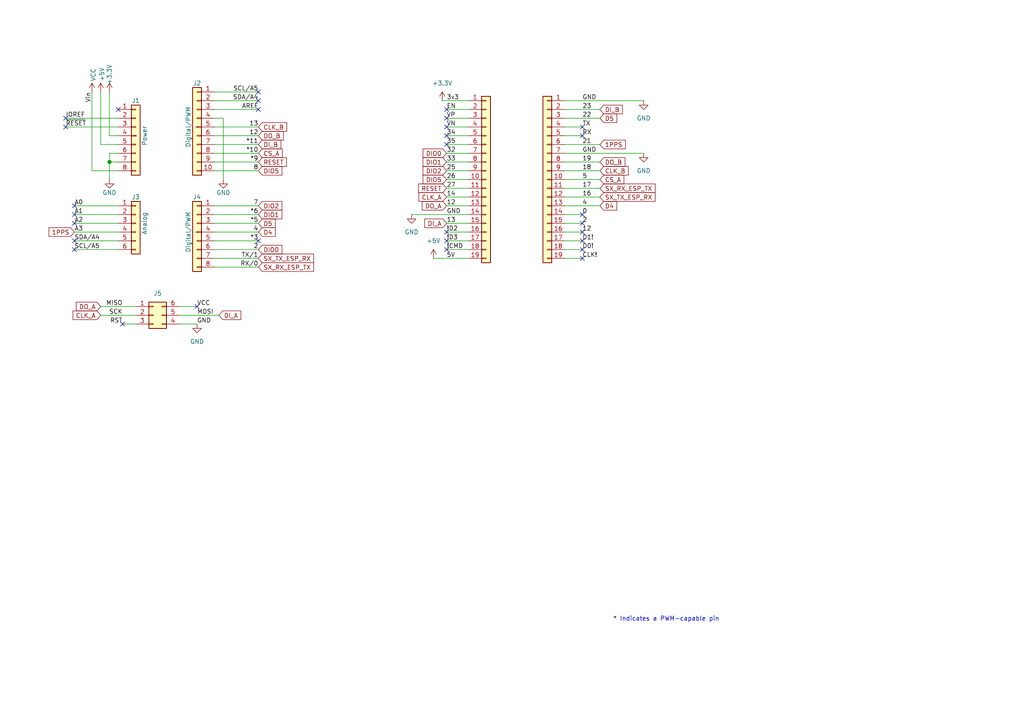
<source format=kicad_sch>
(kicad_sch
	(version 20250114)
	(generator "eeschema")
	(generator_version "9.0")
	(uuid "e63e39d7-6ac0-4ffd-8aa3-1841a4541b55")
	(paper "A4")
	(title_block
		(date "mar. 31 mars 2015")
	)
	(lib_symbols
		(symbol "Connector_Generic:Conn_01x06"
			(pin_names
				(offset 1.016)
				(hide yes)
			)
			(exclude_from_sim no)
			(in_bom yes)
			(on_board yes)
			(property "Reference" "J"
				(at 0 7.62 0)
				(effects
					(font
						(size 1.27 1.27)
					)
				)
			)
			(property "Value" "Conn_01x06"
				(at 0 -10.16 0)
				(effects
					(font
						(size 1.27 1.27)
					)
				)
			)
			(property "Footprint" ""
				(at 0 0 0)
				(effects
					(font
						(size 1.27 1.27)
					)
					(hide yes)
				)
			)
			(property "Datasheet" "~"
				(at 0 0 0)
				(effects
					(font
						(size 1.27 1.27)
					)
					(hide yes)
				)
			)
			(property "Description" "Generic connector, single row, 01x06, script generated (kicad-library-utils/schlib/autogen/connector/)"
				(at 0 0 0)
				(effects
					(font
						(size 1.27 1.27)
					)
					(hide yes)
				)
			)
			(property "ki_keywords" "connector"
				(at 0 0 0)
				(effects
					(font
						(size 1.27 1.27)
					)
					(hide yes)
				)
			)
			(property "ki_fp_filters" "Connector*:*_1x??_*"
				(at 0 0 0)
				(effects
					(font
						(size 1.27 1.27)
					)
					(hide yes)
				)
			)
			(symbol "Conn_01x06_1_1"
				(rectangle
					(start -1.27 6.35)
					(end 1.27 -8.89)
					(stroke
						(width 0.254)
						(type default)
					)
					(fill
						(type background)
					)
				)
				(rectangle
					(start -1.27 5.207)
					(end 0 4.953)
					(stroke
						(width 0.1524)
						(type default)
					)
					(fill
						(type none)
					)
				)
				(rectangle
					(start -1.27 2.667)
					(end 0 2.413)
					(stroke
						(width 0.1524)
						(type default)
					)
					(fill
						(type none)
					)
				)
				(rectangle
					(start -1.27 0.127)
					(end 0 -0.127)
					(stroke
						(width 0.1524)
						(type default)
					)
					(fill
						(type none)
					)
				)
				(rectangle
					(start -1.27 -2.413)
					(end 0 -2.667)
					(stroke
						(width 0.1524)
						(type default)
					)
					(fill
						(type none)
					)
				)
				(rectangle
					(start -1.27 -4.953)
					(end 0 -5.207)
					(stroke
						(width 0.1524)
						(type default)
					)
					(fill
						(type none)
					)
				)
				(rectangle
					(start -1.27 -7.493)
					(end 0 -7.747)
					(stroke
						(width 0.1524)
						(type default)
					)
					(fill
						(type none)
					)
				)
				(pin passive line
					(at -5.08 5.08 0)
					(length 3.81)
					(name "Pin_1"
						(effects
							(font
								(size 1.27 1.27)
							)
						)
					)
					(number "1"
						(effects
							(font
								(size 1.27 1.27)
							)
						)
					)
				)
				(pin passive line
					(at -5.08 2.54 0)
					(length 3.81)
					(name "Pin_2"
						(effects
							(font
								(size 1.27 1.27)
							)
						)
					)
					(number "2"
						(effects
							(font
								(size 1.27 1.27)
							)
						)
					)
				)
				(pin passive line
					(at -5.08 0 0)
					(length 3.81)
					(name "Pin_3"
						(effects
							(font
								(size 1.27 1.27)
							)
						)
					)
					(number "3"
						(effects
							(font
								(size 1.27 1.27)
							)
						)
					)
				)
				(pin passive line
					(at -5.08 -2.54 0)
					(length 3.81)
					(name "Pin_4"
						(effects
							(font
								(size 1.27 1.27)
							)
						)
					)
					(number "4"
						(effects
							(font
								(size 1.27 1.27)
							)
						)
					)
				)
				(pin passive line
					(at -5.08 -5.08 0)
					(length 3.81)
					(name "Pin_5"
						(effects
							(font
								(size 1.27 1.27)
							)
						)
					)
					(number "5"
						(effects
							(font
								(size 1.27 1.27)
							)
						)
					)
				)
				(pin passive line
					(at -5.08 -7.62 0)
					(length 3.81)
					(name "Pin_6"
						(effects
							(font
								(size 1.27 1.27)
							)
						)
					)
					(number "6"
						(effects
							(font
								(size 1.27 1.27)
							)
						)
					)
				)
			)
			(embedded_fonts no)
		)
		(symbol "Connector_Generic:Conn_01x08"
			(pin_names
				(offset 1.016)
				(hide yes)
			)
			(exclude_from_sim no)
			(in_bom yes)
			(on_board yes)
			(property "Reference" "J"
				(at 0 10.16 0)
				(effects
					(font
						(size 1.27 1.27)
					)
				)
			)
			(property "Value" "Conn_01x08"
				(at 0 -12.7 0)
				(effects
					(font
						(size 1.27 1.27)
					)
				)
			)
			(property "Footprint" ""
				(at 0 0 0)
				(effects
					(font
						(size 1.27 1.27)
					)
					(hide yes)
				)
			)
			(property "Datasheet" "~"
				(at 0 0 0)
				(effects
					(font
						(size 1.27 1.27)
					)
					(hide yes)
				)
			)
			(property "Description" "Generic connector, single row, 01x08, script generated (kicad-library-utils/schlib/autogen/connector/)"
				(at 0 0 0)
				(effects
					(font
						(size 1.27 1.27)
					)
					(hide yes)
				)
			)
			(property "ki_keywords" "connector"
				(at 0 0 0)
				(effects
					(font
						(size 1.27 1.27)
					)
					(hide yes)
				)
			)
			(property "ki_fp_filters" "Connector*:*_1x??_*"
				(at 0 0 0)
				(effects
					(font
						(size 1.27 1.27)
					)
					(hide yes)
				)
			)
			(symbol "Conn_01x08_1_1"
				(rectangle
					(start -1.27 8.89)
					(end 1.27 -11.43)
					(stroke
						(width 0.254)
						(type default)
					)
					(fill
						(type background)
					)
				)
				(rectangle
					(start -1.27 7.747)
					(end 0 7.493)
					(stroke
						(width 0.1524)
						(type default)
					)
					(fill
						(type none)
					)
				)
				(rectangle
					(start -1.27 5.207)
					(end 0 4.953)
					(stroke
						(width 0.1524)
						(type default)
					)
					(fill
						(type none)
					)
				)
				(rectangle
					(start -1.27 2.667)
					(end 0 2.413)
					(stroke
						(width 0.1524)
						(type default)
					)
					(fill
						(type none)
					)
				)
				(rectangle
					(start -1.27 0.127)
					(end 0 -0.127)
					(stroke
						(width 0.1524)
						(type default)
					)
					(fill
						(type none)
					)
				)
				(rectangle
					(start -1.27 -2.413)
					(end 0 -2.667)
					(stroke
						(width 0.1524)
						(type default)
					)
					(fill
						(type none)
					)
				)
				(rectangle
					(start -1.27 -4.953)
					(end 0 -5.207)
					(stroke
						(width 0.1524)
						(type default)
					)
					(fill
						(type none)
					)
				)
				(rectangle
					(start -1.27 -7.493)
					(end 0 -7.747)
					(stroke
						(width 0.1524)
						(type default)
					)
					(fill
						(type none)
					)
				)
				(rectangle
					(start -1.27 -10.033)
					(end 0 -10.287)
					(stroke
						(width 0.1524)
						(type default)
					)
					(fill
						(type none)
					)
				)
				(pin passive line
					(at -5.08 7.62 0)
					(length 3.81)
					(name "Pin_1"
						(effects
							(font
								(size 1.27 1.27)
							)
						)
					)
					(number "1"
						(effects
							(font
								(size 1.27 1.27)
							)
						)
					)
				)
				(pin passive line
					(at -5.08 5.08 0)
					(length 3.81)
					(name "Pin_2"
						(effects
							(font
								(size 1.27 1.27)
							)
						)
					)
					(number "2"
						(effects
							(font
								(size 1.27 1.27)
							)
						)
					)
				)
				(pin passive line
					(at -5.08 2.54 0)
					(length 3.81)
					(name "Pin_3"
						(effects
							(font
								(size 1.27 1.27)
							)
						)
					)
					(number "3"
						(effects
							(font
								(size 1.27 1.27)
							)
						)
					)
				)
				(pin passive line
					(at -5.08 0 0)
					(length 3.81)
					(name "Pin_4"
						(effects
							(font
								(size 1.27 1.27)
							)
						)
					)
					(number "4"
						(effects
							(font
								(size 1.27 1.27)
							)
						)
					)
				)
				(pin passive line
					(at -5.08 -2.54 0)
					(length 3.81)
					(name "Pin_5"
						(effects
							(font
								(size 1.27 1.27)
							)
						)
					)
					(number "5"
						(effects
							(font
								(size 1.27 1.27)
							)
						)
					)
				)
				(pin passive line
					(at -5.08 -5.08 0)
					(length 3.81)
					(name "Pin_6"
						(effects
							(font
								(size 1.27 1.27)
							)
						)
					)
					(number "6"
						(effects
							(font
								(size 1.27 1.27)
							)
						)
					)
				)
				(pin passive line
					(at -5.08 -7.62 0)
					(length 3.81)
					(name "Pin_7"
						(effects
							(font
								(size 1.27 1.27)
							)
						)
					)
					(number "7"
						(effects
							(font
								(size 1.27 1.27)
							)
						)
					)
				)
				(pin passive line
					(at -5.08 -10.16 0)
					(length 3.81)
					(name "Pin_8"
						(effects
							(font
								(size 1.27 1.27)
							)
						)
					)
					(number "8"
						(effects
							(font
								(size 1.27 1.27)
							)
						)
					)
				)
			)
			(embedded_fonts no)
		)
		(symbol "Connector_Generic:Conn_01x10"
			(pin_names
				(offset 1.016)
				(hide yes)
			)
			(exclude_from_sim no)
			(in_bom yes)
			(on_board yes)
			(property "Reference" "J"
				(at 0 12.7 0)
				(effects
					(font
						(size 1.27 1.27)
					)
				)
			)
			(property "Value" "Conn_01x10"
				(at 0 -15.24 0)
				(effects
					(font
						(size 1.27 1.27)
					)
				)
			)
			(property "Footprint" ""
				(at 0 0 0)
				(effects
					(font
						(size 1.27 1.27)
					)
					(hide yes)
				)
			)
			(property "Datasheet" "~"
				(at 0 0 0)
				(effects
					(font
						(size 1.27 1.27)
					)
					(hide yes)
				)
			)
			(property "Description" "Generic connector, single row, 01x10, script generated (kicad-library-utils/schlib/autogen/connector/)"
				(at 0 0 0)
				(effects
					(font
						(size 1.27 1.27)
					)
					(hide yes)
				)
			)
			(property "ki_keywords" "connector"
				(at 0 0 0)
				(effects
					(font
						(size 1.27 1.27)
					)
					(hide yes)
				)
			)
			(property "ki_fp_filters" "Connector*:*_1x??_*"
				(at 0 0 0)
				(effects
					(font
						(size 1.27 1.27)
					)
					(hide yes)
				)
			)
			(symbol "Conn_01x10_1_1"
				(rectangle
					(start -1.27 11.43)
					(end 1.27 -13.97)
					(stroke
						(width 0.254)
						(type default)
					)
					(fill
						(type background)
					)
				)
				(rectangle
					(start -1.27 10.287)
					(end 0 10.033)
					(stroke
						(width 0.1524)
						(type default)
					)
					(fill
						(type none)
					)
				)
				(rectangle
					(start -1.27 7.747)
					(end 0 7.493)
					(stroke
						(width 0.1524)
						(type default)
					)
					(fill
						(type none)
					)
				)
				(rectangle
					(start -1.27 5.207)
					(end 0 4.953)
					(stroke
						(width 0.1524)
						(type default)
					)
					(fill
						(type none)
					)
				)
				(rectangle
					(start -1.27 2.667)
					(end 0 2.413)
					(stroke
						(width 0.1524)
						(type default)
					)
					(fill
						(type none)
					)
				)
				(rectangle
					(start -1.27 0.127)
					(end 0 -0.127)
					(stroke
						(width 0.1524)
						(type default)
					)
					(fill
						(type none)
					)
				)
				(rectangle
					(start -1.27 -2.413)
					(end 0 -2.667)
					(stroke
						(width 0.1524)
						(type default)
					)
					(fill
						(type none)
					)
				)
				(rectangle
					(start -1.27 -4.953)
					(end 0 -5.207)
					(stroke
						(width 0.1524)
						(type default)
					)
					(fill
						(type none)
					)
				)
				(rectangle
					(start -1.27 -7.493)
					(end 0 -7.747)
					(stroke
						(width 0.1524)
						(type default)
					)
					(fill
						(type none)
					)
				)
				(rectangle
					(start -1.27 -10.033)
					(end 0 -10.287)
					(stroke
						(width 0.1524)
						(type default)
					)
					(fill
						(type none)
					)
				)
				(rectangle
					(start -1.27 -12.573)
					(end 0 -12.827)
					(stroke
						(width 0.1524)
						(type default)
					)
					(fill
						(type none)
					)
				)
				(pin passive line
					(at -5.08 10.16 0)
					(length 3.81)
					(name "Pin_1"
						(effects
							(font
								(size 1.27 1.27)
							)
						)
					)
					(number "1"
						(effects
							(font
								(size 1.27 1.27)
							)
						)
					)
				)
				(pin passive line
					(at -5.08 7.62 0)
					(length 3.81)
					(name "Pin_2"
						(effects
							(font
								(size 1.27 1.27)
							)
						)
					)
					(number "2"
						(effects
							(font
								(size 1.27 1.27)
							)
						)
					)
				)
				(pin passive line
					(at -5.08 5.08 0)
					(length 3.81)
					(name "Pin_3"
						(effects
							(font
								(size 1.27 1.27)
							)
						)
					)
					(number "3"
						(effects
							(font
								(size 1.27 1.27)
							)
						)
					)
				)
				(pin passive line
					(at -5.08 2.54 0)
					(length 3.81)
					(name "Pin_4"
						(effects
							(font
								(size 1.27 1.27)
							)
						)
					)
					(number "4"
						(effects
							(font
								(size 1.27 1.27)
							)
						)
					)
				)
				(pin passive line
					(at -5.08 0 0)
					(length 3.81)
					(name "Pin_5"
						(effects
							(font
								(size 1.27 1.27)
							)
						)
					)
					(number "5"
						(effects
							(font
								(size 1.27 1.27)
							)
						)
					)
				)
				(pin passive line
					(at -5.08 -2.54 0)
					(length 3.81)
					(name "Pin_6"
						(effects
							(font
								(size 1.27 1.27)
							)
						)
					)
					(number "6"
						(effects
							(font
								(size 1.27 1.27)
							)
						)
					)
				)
				(pin passive line
					(at -5.08 -5.08 0)
					(length 3.81)
					(name "Pin_7"
						(effects
							(font
								(size 1.27 1.27)
							)
						)
					)
					(number "7"
						(effects
							(font
								(size 1.27 1.27)
							)
						)
					)
				)
				(pin passive line
					(at -5.08 -7.62 0)
					(length 3.81)
					(name "Pin_8"
						(effects
							(font
								(size 1.27 1.27)
							)
						)
					)
					(number "8"
						(effects
							(font
								(size 1.27 1.27)
							)
						)
					)
				)
				(pin passive line
					(at -5.08 -10.16 0)
					(length 3.81)
					(name "Pin_9"
						(effects
							(font
								(size 1.27 1.27)
							)
						)
					)
					(number "9"
						(effects
							(font
								(size 1.27 1.27)
							)
						)
					)
				)
				(pin passive line
					(at -5.08 -12.7 0)
					(length 3.81)
					(name "Pin_10"
						(effects
							(font
								(size 1.27 1.27)
							)
						)
					)
					(number "10"
						(effects
							(font
								(size 1.27 1.27)
							)
						)
					)
				)
			)
			(embedded_fonts no)
		)
		(symbol "Connector_Generic:Conn_02x03_Counter_Clockwise"
			(pin_names
				(offset 1.016)
				(hide yes)
			)
			(exclude_from_sim no)
			(in_bom yes)
			(on_board yes)
			(property "Reference" "J"
				(at 1.27 5.08 0)
				(effects
					(font
						(size 1.27 1.27)
					)
				)
			)
			(property "Value" "Conn_02x03_Counter_Clockwise"
				(at 1.27 -5.08 0)
				(effects
					(font
						(size 1.27 1.27)
					)
				)
			)
			(property "Footprint" ""
				(at 0 0 0)
				(effects
					(font
						(size 1.27 1.27)
					)
					(hide yes)
				)
			)
			(property "Datasheet" "~"
				(at 0 0 0)
				(effects
					(font
						(size 1.27 1.27)
					)
					(hide yes)
				)
			)
			(property "Description" "Generic connector, double row, 02x03, counter clockwise pin numbering scheme (similar to DIP package numbering), script generated (kicad-library-utils/schlib/autogen/connector/)"
				(at 0 0 0)
				(effects
					(font
						(size 1.27 1.27)
					)
					(hide yes)
				)
			)
			(property "ki_keywords" "connector"
				(at 0 0 0)
				(effects
					(font
						(size 1.27 1.27)
					)
					(hide yes)
				)
			)
			(property "ki_fp_filters" "Connector*:*_2x??_*"
				(at 0 0 0)
				(effects
					(font
						(size 1.27 1.27)
					)
					(hide yes)
				)
			)
			(symbol "Conn_02x03_Counter_Clockwise_1_1"
				(rectangle
					(start -1.27 3.81)
					(end 3.81 -3.81)
					(stroke
						(width 0.254)
						(type default)
					)
					(fill
						(type background)
					)
				)
				(rectangle
					(start -1.27 2.667)
					(end 0 2.413)
					(stroke
						(width 0.1524)
						(type default)
					)
					(fill
						(type none)
					)
				)
				(rectangle
					(start -1.27 0.127)
					(end 0 -0.127)
					(stroke
						(width 0.1524)
						(type default)
					)
					(fill
						(type none)
					)
				)
				(rectangle
					(start -1.27 -2.413)
					(end 0 -2.667)
					(stroke
						(width 0.1524)
						(type default)
					)
					(fill
						(type none)
					)
				)
				(rectangle
					(start 3.81 2.667)
					(end 2.54 2.413)
					(stroke
						(width 0.1524)
						(type default)
					)
					(fill
						(type none)
					)
				)
				(rectangle
					(start 3.81 0.127)
					(end 2.54 -0.127)
					(stroke
						(width 0.1524)
						(type default)
					)
					(fill
						(type none)
					)
				)
				(rectangle
					(start 3.81 -2.413)
					(end 2.54 -2.667)
					(stroke
						(width 0.1524)
						(type default)
					)
					(fill
						(type none)
					)
				)
				(pin passive line
					(at -5.08 2.54 0)
					(length 3.81)
					(name "Pin_1"
						(effects
							(font
								(size 1.27 1.27)
							)
						)
					)
					(number "1"
						(effects
							(font
								(size 1.27 1.27)
							)
						)
					)
				)
				(pin passive line
					(at -5.08 0 0)
					(length 3.81)
					(name "Pin_2"
						(effects
							(font
								(size 1.27 1.27)
							)
						)
					)
					(number "2"
						(effects
							(font
								(size 1.27 1.27)
							)
						)
					)
				)
				(pin passive line
					(at -5.08 -2.54 0)
					(length 3.81)
					(name "Pin_3"
						(effects
							(font
								(size 1.27 1.27)
							)
						)
					)
					(number "3"
						(effects
							(font
								(size 1.27 1.27)
							)
						)
					)
				)
				(pin passive line
					(at 7.62 2.54 180)
					(length 3.81)
					(name "Pin_6"
						(effects
							(font
								(size 1.27 1.27)
							)
						)
					)
					(number "6"
						(effects
							(font
								(size 1.27 1.27)
							)
						)
					)
				)
				(pin passive line
					(at 7.62 0 180)
					(length 3.81)
					(name "Pin_5"
						(effects
							(font
								(size 1.27 1.27)
							)
						)
					)
					(number "5"
						(effects
							(font
								(size 1.27 1.27)
							)
						)
					)
				)
				(pin passive line
					(at 7.62 -2.54 180)
					(length 3.81)
					(name "Pin_4"
						(effects
							(font
								(size 1.27 1.27)
							)
						)
					)
					(number "4"
						(effects
							(font
								(size 1.27 1.27)
							)
						)
					)
				)
			)
			(embedded_fonts no)
		)
		(symbol "Library:+3.3V"
			(power)
			(pin_numbers
				(hide yes)
			)
			(pin_names
				(offset 0)
				(hide yes)
			)
			(exclude_from_sim no)
			(in_bom yes)
			(on_board yes)
			(property "Reference" "#PWR"
				(at 0 -3.81 0)
				(effects
					(font
						(size 1.27 1.27)
					)
					(hide yes)
				)
			)
			(property "Value" "+3.3V"
				(at 0 3.556 0)
				(effects
					(font
						(size 1.27 1.27)
					)
				)
			)
			(property "Footprint" ""
				(at 0 0 0)
				(effects
					(font
						(size 1.27 1.27)
					)
					(hide yes)
				)
			)
			(property "Datasheet" ""
				(at 0 0 0)
				(effects
					(font
						(size 1.27 1.27)
					)
					(hide yes)
				)
			)
			(property "Description" "Power symbol creates a global label with name \"+3.3V\""
				(at 0 0 0)
				(effects
					(font
						(size 1.27 1.27)
					)
					(hide yes)
				)
			)
			(property "ki_keywords" "global power"
				(at 0 0 0)
				(effects
					(font
						(size 1.27 1.27)
					)
					(hide yes)
				)
			)
			(symbol "+3.3V_0_1"
				(polyline
					(pts
						(xy -0.762 1.27) (xy 0 2.54)
					)
					(stroke
						(width 0)
						(type default)
					)
					(fill
						(type none)
					)
				)
				(polyline
					(pts
						(xy 0 2.54) (xy 0.762 1.27)
					)
					(stroke
						(width 0)
						(type default)
					)
					(fill
						(type none)
					)
				)
				(polyline
					(pts
						(xy 0 0) (xy 0 2.54)
					)
					(stroke
						(width 0)
						(type default)
					)
					(fill
						(type none)
					)
				)
			)
			(symbol "+3.3V_1_1"
				(pin power_in line
					(at 0 0 90)
					(length 0)
					(name "~"
						(effects
							(font
								(size 1.27 1.27)
							)
						)
					)
					(number "1"
						(effects
							(font
								(size 1.27 1.27)
							)
						)
					)
				)
			)
			(embedded_fonts no)
		)
		(symbol "Library:+5V"
			(power)
			(pin_numbers
				(hide yes)
			)
			(pin_names
				(offset 0)
				(hide yes)
			)
			(exclude_from_sim no)
			(in_bom yes)
			(on_board yes)
			(property "Reference" "#PWR"
				(at 0 -3.81 0)
				(effects
					(font
						(size 1.27 1.27)
					)
					(hide yes)
				)
			)
			(property "Value" "+5V"
				(at 0 3.556 0)
				(effects
					(font
						(size 1.27 1.27)
					)
				)
			)
			(property "Footprint" ""
				(at 0 0 0)
				(effects
					(font
						(size 1.27 1.27)
					)
					(hide yes)
				)
			)
			(property "Datasheet" ""
				(at 0 0 0)
				(effects
					(font
						(size 1.27 1.27)
					)
					(hide yes)
				)
			)
			(property "Description" "Power symbol creates a global label with name \"+5V\""
				(at 0 0 0)
				(effects
					(font
						(size 1.27 1.27)
					)
					(hide yes)
				)
			)
			(property "ki_keywords" "global power"
				(at 0 0 0)
				(effects
					(font
						(size 1.27 1.27)
					)
					(hide yes)
				)
			)
			(symbol "+5V_0_1"
				(polyline
					(pts
						(xy -0.762 1.27) (xy 0 2.54)
					)
					(stroke
						(width 0)
						(type default)
					)
					(fill
						(type none)
					)
				)
				(polyline
					(pts
						(xy 0 2.54) (xy 0.762 1.27)
					)
					(stroke
						(width 0)
						(type default)
					)
					(fill
						(type none)
					)
				)
				(polyline
					(pts
						(xy 0 0) (xy 0 2.54)
					)
					(stroke
						(width 0)
						(type default)
					)
					(fill
						(type none)
					)
				)
			)
			(symbol "+5V_1_1"
				(pin power_in line
					(at 0 0 90)
					(length 0)
					(name "~"
						(effects
							(font
								(size 1.27 1.27)
							)
						)
					)
					(number "1"
						(effects
							(font
								(size 1.27 1.27)
							)
						)
					)
				)
			)
			(embedded_fonts no)
		)
		(symbol "Library:Conn_01x19"
			(pin_names
				(offset 1.016)
				(hide yes)
			)
			(exclude_from_sim no)
			(in_bom yes)
			(on_board yes)
			(property "Reference" "J"
				(at 0 25.4 0)
				(effects
					(font
						(size 1.27 1.27)
					)
				)
			)
			(property "Value" "Conn_01x19"
				(at 0 -25.4 0)
				(effects
					(font
						(size 1.27 1.27)
					)
				)
			)
			(property "Footprint" ""
				(at 0 0 0)
				(effects
					(font
						(size 1.27 1.27)
					)
					(hide yes)
				)
			)
			(property "Datasheet" "~"
				(at 0 0 0)
				(effects
					(font
						(size 1.27 1.27)
					)
					(hide yes)
				)
			)
			(property "Description" "Generic connector, single row, 01x19, script generated (kicad-library-utils/schlib/autogen/connector/)"
				(at 0 0 0)
				(effects
					(font
						(size 1.27 1.27)
					)
					(hide yes)
				)
			)
			(property "ki_keywords" "connector"
				(at 0 0 0)
				(effects
					(font
						(size 1.27 1.27)
					)
					(hide yes)
				)
			)
			(property "ki_fp_filters" "Connector*:*_1x??_*"
				(at 0 0 0)
				(effects
					(font
						(size 1.27 1.27)
					)
					(hide yes)
				)
			)
			(symbol "Conn_01x19_1_1"
				(rectangle
					(start -1.27 24.13)
					(end 1.27 -24.13)
					(stroke
						(width 0.254)
						(type default)
					)
					(fill
						(type background)
					)
				)
				(rectangle
					(start -1.27 22.987)
					(end 0 22.733)
					(stroke
						(width 0.1524)
						(type default)
					)
					(fill
						(type none)
					)
				)
				(rectangle
					(start -1.27 20.447)
					(end 0 20.193)
					(stroke
						(width 0.1524)
						(type default)
					)
					(fill
						(type none)
					)
				)
				(rectangle
					(start -1.27 17.907)
					(end 0 17.653)
					(stroke
						(width 0.1524)
						(type default)
					)
					(fill
						(type none)
					)
				)
				(rectangle
					(start -1.27 15.367)
					(end 0 15.113)
					(stroke
						(width 0.1524)
						(type default)
					)
					(fill
						(type none)
					)
				)
				(rectangle
					(start -1.27 12.827)
					(end 0 12.573)
					(stroke
						(width 0.1524)
						(type default)
					)
					(fill
						(type none)
					)
				)
				(rectangle
					(start -1.27 10.287)
					(end 0 10.033)
					(stroke
						(width 0.1524)
						(type default)
					)
					(fill
						(type none)
					)
				)
				(rectangle
					(start -1.27 7.747)
					(end 0 7.493)
					(stroke
						(width 0.1524)
						(type default)
					)
					(fill
						(type none)
					)
				)
				(rectangle
					(start -1.27 5.207)
					(end 0 4.953)
					(stroke
						(width 0.1524)
						(type default)
					)
					(fill
						(type none)
					)
				)
				(rectangle
					(start -1.27 2.667)
					(end 0 2.413)
					(stroke
						(width 0.1524)
						(type default)
					)
					(fill
						(type none)
					)
				)
				(rectangle
					(start -1.27 0.127)
					(end 0 -0.127)
					(stroke
						(width 0.1524)
						(type default)
					)
					(fill
						(type none)
					)
				)
				(rectangle
					(start -1.27 -2.413)
					(end 0 -2.667)
					(stroke
						(width 0.1524)
						(type default)
					)
					(fill
						(type none)
					)
				)
				(rectangle
					(start -1.27 -4.953)
					(end 0 -5.207)
					(stroke
						(width 0.1524)
						(type default)
					)
					(fill
						(type none)
					)
				)
				(rectangle
					(start -1.27 -7.493)
					(end 0 -7.747)
					(stroke
						(width 0.1524)
						(type default)
					)
					(fill
						(type none)
					)
				)
				(rectangle
					(start -1.27 -10.033)
					(end 0 -10.287)
					(stroke
						(width 0.1524)
						(type default)
					)
					(fill
						(type none)
					)
				)
				(rectangle
					(start -1.27 -12.573)
					(end 0 -12.827)
					(stroke
						(width 0.1524)
						(type default)
					)
					(fill
						(type none)
					)
				)
				(rectangle
					(start -1.27 -15.113)
					(end 0 -15.367)
					(stroke
						(width 0.1524)
						(type default)
					)
					(fill
						(type none)
					)
				)
				(rectangle
					(start -1.27 -17.653)
					(end 0 -17.907)
					(stroke
						(width 0.1524)
						(type default)
					)
					(fill
						(type none)
					)
				)
				(rectangle
					(start -1.27 -20.193)
					(end 0 -20.447)
					(stroke
						(width 0.1524)
						(type default)
					)
					(fill
						(type none)
					)
				)
				(rectangle
					(start -1.27 -22.733)
					(end 0 -22.987)
					(stroke
						(width 0.1524)
						(type default)
					)
					(fill
						(type none)
					)
				)
				(pin passive line
					(at -5.08 22.86 0)
					(length 3.81)
					(name "Pin_1"
						(effects
							(font
								(size 1.27 1.27)
							)
						)
					)
					(number "1"
						(effects
							(font
								(size 1.27 1.27)
							)
						)
					)
				)
				(pin passive line
					(at -5.08 20.32 0)
					(length 3.81)
					(name "Pin_2"
						(effects
							(font
								(size 1.27 1.27)
							)
						)
					)
					(number "2"
						(effects
							(font
								(size 1.27 1.27)
							)
						)
					)
				)
				(pin passive line
					(at -5.08 17.78 0)
					(length 3.81)
					(name "Pin_3"
						(effects
							(font
								(size 1.27 1.27)
							)
						)
					)
					(number "3"
						(effects
							(font
								(size 1.27 1.27)
							)
						)
					)
				)
				(pin passive line
					(at -5.08 15.24 0)
					(length 3.81)
					(name "Pin_4"
						(effects
							(font
								(size 1.27 1.27)
							)
						)
					)
					(number "4"
						(effects
							(font
								(size 1.27 1.27)
							)
						)
					)
				)
				(pin passive line
					(at -5.08 12.7 0)
					(length 3.81)
					(name "Pin_5"
						(effects
							(font
								(size 1.27 1.27)
							)
						)
					)
					(number "5"
						(effects
							(font
								(size 1.27 1.27)
							)
						)
					)
				)
				(pin passive line
					(at -5.08 10.16 0)
					(length 3.81)
					(name "Pin_6"
						(effects
							(font
								(size 1.27 1.27)
							)
						)
					)
					(number "6"
						(effects
							(font
								(size 1.27 1.27)
							)
						)
					)
				)
				(pin passive line
					(at -5.08 7.62 0)
					(length 3.81)
					(name "Pin_7"
						(effects
							(font
								(size 1.27 1.27)
							)
						)
					)
					(number "7"
						(effects
							(font
								(size 1.27 1.27)
							)
						)
					)
				)
				(pin passive line
					(at -5.08 5.08 0)
					(length 3.81)
					(name "Pin_8"
						(effects
							(font
								(size 1.27 1.27)
							)
						)
					)
					(number "8"
						(effects
							(font
								(size 1.27 1.27)
							)
						)
					)
				)
				(pin passive line
					(at -5.08 2.54 0)
					(length 3.81)
					(name "Pin_9"
						(effects
							(font
								(size 1.27 1.27)
							)
						)
					)
					(number "9"
						(effects
							(font
								(size 1.27 1.27)
							)
						)
					)
				)
				(pin passive line
					(at -5.08 0 0)
					(length 3.81)
					(name "Pin_10"
						(effects
							(font
								(size 1.27 1.27)
							)
						)
					)
					(number "10"
						(effects
							(font
								(size 1.27 1.27)
							)
						)
					)
				)
				(pin passive line
					(at -5.08 -2.54 0)
					(length 3.81)
					(name "Pin_11"
						(effects
							(font
								(size 1.27 1.27)
							)
						)
					)
					(number "11"
						(effects
							(font
								(size 1.27 1.27)
							)
						)
					)
				)
				(pin passive line
					(at -5.08 -5.08 0)
					(length 3.81)
					(name "Pin_12"
						(effects
							(font
								(size 1.27 1.27)
							)
						)
					)
					(number "12"
						(effects
							(font
								(size 1.27 1.27)
							)
						)
					)
				)
				(pin passive line
					(at -5.08 -7.62 0)
					(length 3.81)
					(name "Pin_13"
						(effects
							(font
								(size 1.27 1.27)
							)
						)
					)
					(number "13"
						(effects
							(font
								(size 1.27 1.27)
							)
						)
					)
				)
				(pin passive line
					(at -5.08 -10.16 0)
					(length 3.81)
					(name "Pin_14"
						(effects
							(font
								(size 1.27 1.27)
							)
						)
					)
					(number "14"
						(effects
							(font
								(size 1.27 1.27)
							)
						)
					)
				)
				(pin passive line
					(at -5.08 -12.7 0)
					(length 3.81)
					(name "Pin_15"
						(effects
							(font
								(size 1.27 1.27)
							)
						)
					)
					(number "15"
						(effects
							(font
								(size 1.27 1.27)
							)
						)
					)
				)
				(pin passive line
					(at -5.08 -15.24 0)
					(length 3.81)
					(name "Pin_16"
						(effects
							(font
								(size 1.27 1.27)
							)
						)
					)
					(number "16"
						(effects
							(font
								(size 1.27 1.27)
							)
						)
					)
				)
				(pin passive line
					(at -5.08 -17.78 0)
					(length 3.81)
					(name "Pin_17"
						(effects
							(font
								(size 1.27 1.27)
							)
						)
					)
					(number "17"
						(effects
							(font
								(size 1.27 1.27)
							)
						)
					)
				)
				(pin passive line
					(at -5.08 -20.32 0)
					(length 3.81)
					(name "Pin_18"
						(effects
							(font
								(size 1.27 1.27)
							)
						)
					)
					(number "18"
						(effects
							(font
								(size 1.27 1.27)
							)
						)
					)
				)
				(pin passive line
					(at -5.08 -22.86 0)
					(length 3.81)
					(name "Pin_19"
						(effects
							(font
								(size 1.27 1.27)
							)
						)
					)
					(number "19"
						(effects
							(font
								(size 1.27 1.27)
							)
						)
					)
				)
			)
			(embedded_fonts no)
		)
		(symbol "Library:GND"
			(power)
			(pin_numbers
				(hide yes)
			)
			(pin_names
				(offset 0)
				(hide yes)
			)
			(exclude_from_sim no)
			(in_bom yes)
			(on_board yes)
			(property "Reference" "#PWR"
				(at 0 -6.35 0)
				(effects
					(font
						(size 1.27 1.27)
					)
					(hide yes)
				)
			)
			(property "Value" "GND"
				(at 0 -3.81 0)
				(effects
					(font
						(size 1.27 1.27)
					)
				)
			)
			(property "Footprint" ""
				(at 0 0 0)
				(effects
					(font
						(size 1.27 1.27)
					)
					(hide yes)
				)
			)
			(property "Datasheet" ""
				(at 0 0 0)
				(effects
					(font
						(size 1.27 1.27)
					)
					(hide yes)
				)
			)
			(property "Description" "Power symbol creates a global label with name \"GND\" , ground"
				(at 0 0 0)
				(effects
					(font
						(size 1.27 1.27)
					)
					(hide yes)
				)
			)
			(property "ki_keywords" "global power"
				(at 0 0 0)
				(effects
					(font
						(size 1.27 1.27)
					)
					(hide yes)
				)
			)
			(symbol "GND_0_1"
				(polyline
					(pts
						(xy 0 0) (xy 0 -1.27) (xy 1.27 -1.27) (xy 0 -2.54) (xy -1.27 -1.27) (xy 0 -1.27)
					)
					(stroke
						(width 0)
						(type default)
					)
					(fill
						(type none)
					)
				)
			)
			(symbol "GND_1_1"
				(pin power_in line
					(at 0 0 270)
					(length 0)
					(name "~"
						(effects
							(font
								(size 1.27 1.27)
							)
						)
					)
					(number "1"
						(effects
							(font
								(size 1.27 1.27)
							)
						)
					)
				)
			)
			(embedded_fonts no)
		)
		(symbol "power:+3.3V"
			(power)
			(pin_numbers
				(hide yes)
			)
			(pin_names
				(offset 0)
				(hide yes)
			)
			(exclude_from_sim no)
			(in_bom yes)
			(on_board yes)
			(property "Reference" "#PWR"
				(at 0 -3.81 0)
				(effects
					(font
						(size 1.27 1.27)
					)
					(hide yes)
				)
			)
			(property "Value" "+3.3V"
				(at 0 3.556 0)
				(effects
					(font
						(size 1.27 1.27)
					)
				)
			)
			(property "Footprint" ""
				(at 0 0 0)
				(effects
					(font
						(size 1.27 1.27)
					)
					(hide yes)
				)
			)
			(property "Datasheet" ""
				(at 0 0 0)
				(effects
					(font
						(size 1.27 1.27)
					)
					(hide yes)
				)
			)
			(property "Description" "Power symbol creates a global label with name \"+3.3V\""
				(at 0 0 0)
				(effects
					(font
						(size 1.27 1.27)
					)
					(hide yes)
				)
			)
			(property "ki_keywords" "global power"
				(at 0 0 0)
				(effects
					(font
						(size 1.27 1.27)
					)
					(hide yes)
				)
			)
			(symbol "+3.3V_0_1"
				(polyline
					(pts
						(xy -0.762 1.27) (xy 0 2.54)
					)
					(stroke
						(width 0)
						(type default)
					)
					(fill
						(type none)
					)
				)
				(polyline
					(pts
						(xy 0 2.54) (xy 0.762 1.27)
					)
					(stroke
						(width 0)
						(type default)
					)
					(fill
						(type none)
					)
				)
				(polyline
					(pts
						(xy 0 0) (xy 0 2.54)
					)
					(stroke
						(width 0)
						(type default)
					)
					(fill
						(type none)
					)
				)
			)
			(symbol "+3.3V_1_1"
				(pin power_in line
					(at 0 0 90)
					(length 0)
					(name "~"
						(effects
							(font
								(size 1.27 1.27)
							)
						)
					)
					(number "1"
						(effects
							(font
								(size 1.27 1.27)
							)
						)
					)
				)
			)
			(embedded_fonts no)
		)
		(symbol "power:+5V"
			(power)
			(pin_numbers
				(hide yes)
			)
			(pin_names
				(offset 0)
				(hide yes)
			)
			(exclude_from_sim no)
			(in_bom yes)
			(on_board yes)
			(property "Reference" "#PWR"
				(at 0 -3.81 0)
				(effects
					(font
						(size 1.27 1.27)
					)
					(hide yes)
				)
			)
			(property "Value" "+5V"
				(at 0 3.556 0)
				(effects
					(font
						(size 1.27 1.27)
					)
				)
			)
			(property "Footprint" ""
				(at 0 0 0)
				(effects
					(font
						(size 1.27 1.27)
					)
					(hide yes)
				)
			)
			(property "Datasheet" ""
				(at 0 0 0)
				(effects
					(font
						(size 1.27 1.27)
					)
					(hide yes)
				)
			)
			(property "Description" "Power symbol creates a global label with name \"+5V\""
				(at 0 0 0)
				(effects
					(font
						(size 1.27 1.27)
					)
					(hide yes)
				)
			)
			(property "ki_keywords" "global power"
				(at 0 0 0)
				(effects
					(font
						(size 1.27 1.27)
					)
					(hide yes)
				)
			)
			(symbol "+5V_0_1"
				(polyline
					(pts
						(xy -0.762 1.27) (xy 0 2.54)
					)
					(stroke
						(width 0)
						(type default)
					)
					(fill
						(type none)
					)
				)
				(polyline
					(pts
						(xy 0 2.54) (xy 0.762 1.27)
					)
					(stroke
						(width 0)
						(type default)
					)
					(fill
						(type none)
					)
				)
				(polyline
					(pts
						(xy 0 0) (xy 0 2.54)
					)
					(stroke
						(width 0)
						(type default)
					)
					(fill
						(type none)
					)
				)
			)
			(symbol "+5V_1_1"
				(pin power_in line
					(at 0 0 90)
					(length 0)
					(name "~"
						(effects
							(font
								(size 1.27 1.27)
							)
						)
					)
					(number "1"
						(effects
							(font
								(size 1.27 1.27)
							)
						)
					)
				)
			)
			(embedded_fonts no)
		)
		(symbol "power:GND"
			(power)
			(pin_numbers
				(hide yes)
			)
			(pin_names
				(offset 0)
				(hide yes)
			)
			(exclude_from_sim no)
			(in_bom yes)
			(on_board yes)
			(property "Reference" "#PWR"
				(at 0 -6.35 0)
				(effects
					(font
						(size 1.27 1.27)
					)
					(hide yes)
				)
			)
			(property "Value" "GND"
				(at 0 -3.81 0)
				(effects
					(font
						(size 1.27 1.27)
					)
				)
			)
			(property "Footprint" ""
				(at 0 0 0)
				(effects
					(font
						(size 1.27 1.27)
					)
					(hide yes)
				)
			)
			(property "Datasheet" ""
				(at 0 0 0)
				(effects
					(font
						(size 1.27 1.27)
					)
					(hide yes)
				)
			)
			(property "Description" "Power symbol creates a global label with name \"GND\" , ground"
				(at 0 0 0)
				(effects
					(font
						(size 1.27 1.27)
					)
					(hide yes)
				)
			)
			(property "ki_keywords" "global power"
				(at 0 0 0)
				(effects
					(font
						(size 1.27 1.27)
					)
					(hide yes)
				)
			)
			(symbol "GND_0_1"
				(polyline
					(pts
						(xy 0 0) (xy 0 -1.27) (xy 1.27 -1.27) (xy 0 -2.54) (xy -1.27 -1.27) (xy 0 -1.27)
					)
					(stroke
						(width 0)
						(type default)
					)
					(fill
						(type none)
					)
				)
			)
			(symbol "GND_1_1"
				(pin power_in line
					(at 0 0 270)
					(length 0)
					(name "~"
						(effects
							(font
								(size 1.27 1.27)
							)
						)
					)
					(number "1"
						(effects
							(font
								(size 1.27 1.27)
							)
						)
					)
				)
			)
			(embedded_fonts no)
		)
		(symbol "power:VCC"
			(power)
			(pin_numbers
				(hide yes)
			)
			(pin_names
				(offset 0)
				(hide yes)
			)
			(exclude_from_sim no)
			(in_bom yes)
			(on_board yes)
			(property "Reference" "#PWR"
				(at 0 -3.81 0)
				(effects
					(font
						(size 1.27 1.27)
					)
					(hide yes)
				)
			)
			(property "Value" "VCC"
				(at 0 3.556 0)
				(effects
					(font
						(size 1.27 1.27)
					)
				)
			)
			(property "Footprint" ""
				(at 0 0 0)
				(effects
					(font
						(size 1.27 1.27)
					)
					(hide yes)
				)
			)
			(property "Datasheet" ""
				(at 0 0 0)
				(effects
					(font
						(size 1.27 1.27)
					)
					(hide yes)
				)
			)
			(property "Description" "Power symbol creates a global label with name \"VCC\""
				(at 0 0 0)
				(effects
					(font
						(size 1.27 1.27)
					)
					(hide yes)
				)
			)
			(property "ki_keywords" "global power"
				(at 0 0 0)
				(effects
					(font
						(size 1.27 1.27)
					)
					(hide yes)
				)
			)
			(symbol "VCC_0_1"
				(polyline
					(pts
						(xy -0.762 1.27) (xy 0 2.54)
					)
					(stroke
						(width 0)
						(type default)
					)
					(fill
						(type none)
					)
				)
				(polyline
					(pts
						(xy 0 2.54) (xy 0.762 1.27)
					)
					(stroke
						(width 0)
						(type default)
					)
					(fill
						(type none)
					)
				)
				(polyline
					(pts
						(xy 0 0) (xy 0 2.54)
					)
					(stroke
						(width 0)
						(type default)
					)
					(fill
						(type none)
					)
				)
			)
			(symbol "VCC_1_1"
				(pin power_in line
					(at 0 0 90)
					(length 0)
					(name "~"
						(effects
							(font
								(size 1.27 1.27)
							)
						)
					)
					(number "1"
						(effects
							(font
								(size 1.27 1.27)
							)
						)
					)
				)
			)
			(embedded_fonts no)
		)
	)
	(text "* Indicates a PWM-capable pin"
		(exclude_from_sim no)
		(at 177.8 180.34 0)
		(effects
			(font
				(size 1.27 1.27)
			)
			(justify left bottom)
		)
		(uuid "c364973a-9a67-4667-8185-a3a5c6c6cbdf")
	)
	(junction
		(at 31.75 46.99)
		(diameter 1.016)
		(color 0 0 0 0)
		(uuid "3dcc657b-55a1-48e0-9667-e01e7b6b08b5")
	)
	(no_connect
		(at 74.93 69.85)
		(uuid "070617d5-1bce-48c1-a65a-8a073db9d9d6")
	)
	(no_connect
		(at 129.54 39.37)
		(uuid "1bd6c2cc-553e-47e3-a4fb-2c1708e83211")
	)
	(no_connect
		(at 21.59 59.69)
		(uuid "2b8627ba-1b5e-46c9-a740-a4b863441fa0")
	)
	(no_connect
		(at 129.54 34.29)
		(uuid "35f655aa-49e5-4ae5-83b5-feea9797374e")
	)
	(no_connect
		(at 129.54 41.91)
		(uuid "3f190067-deb2-45e3-9bc2-04f77e18e6f6")
	)
	(no_connect
		(at 168.91 36.83)
		(uuid "437f310c-e6d1-495d-8acd-9a9803189c09")
	)
	(no_connect
		(at 168.91 72.39)
		(uuid "497ecffc-887e-4190-b3bc-38d0de4e7b51")
	)
	(no_connect
		(at 168.91 74.93)
		(uuid "55827777-dd3d-4289-a2ac-3ff6445ab02f")
	)
	(no_connect
		(at 35.56 93.98)
		(uuid "629e2dd7-bdac-46b6-9d17-4057d0797a77")
	)
	(no_connect
		(at 21.59 64.77)
		(uuid "64c386dd-d9cd-463b-9fc8-2c90e1c6b5ae")
	)
	(no_connect
		(at 21.59 72.39)
		(uuid "66f6216f-931a-4047-ad93-32fa7066ce08")
	)
	(no_connect
		(at 168.91 64.77)
		(uuid "70ba9f25-9cb6-433b-b315-36c2293e116f")
	)
	(no_connect
		(at 129.54 69.85)
		(uuid "7562bed9-2fce-4275-887b-653bb50bed1a")
	)
	(no_connect
		(at 74.93 26.67)
		(uuid "800a6279-cc00-45bd-bc08-a74eca270e75")
	)
	(no_connect
		(at 168.91 62.23)
		(uuid "86b9f47e-560e-4849-95fc-67cf4224c1db")
	)
	(no_connect
		(at 74.93 29.21)
		(uuid "886b4bbd-be68-48b0-8c6e-ef9b3469675b")
	)
	(no_connect
		(at 74.93 31.75)
		(uuid "9ede90c2-3f8e-4859-a087-172dad6f0342")
	)
	(no_connect
		(at 168.91 69.85)
		(uuid "a011f156-9645-4a90-9ade-3ed7a71de04e")
	)
	(no_connect
		(at 21.59 69.85)
		(uuid "a36c2ef2-10d9-4f91-ac28-bdb668403739")
	)
	(no_connect
		(at 129.54 72.39)
		(uuid "ce27774b-3e48-45a5-9ac2-71b9e7cc15c5")
	)
	(no_connect
		(at 34.29 31.75)
		(uuid "d181157c-7812-47e5-a0cf-9580c905fc86")
	)
	(no_connect
		(at 168.91 39.37)
		(uuid "d3e69f3b-59f6-4d56-a958-524ce7937732")
	)
	(no_connect
		(at 19.05 36.83)
		(uuid "d8dfe8d4-dc61-42bd-9a2d-4eb990a09bcf")
	)
	(no_connect
		(at 21.59 62.23)
		(uuid "dc21d3ae-2816-4c58-9268-f1d41519f554")
	)
	(no_connect
		(at 129.54 31.75)
		(uuid "ddc50a67-5710-488e-8a3d-d2ad5f214b36")
	)
	(no_connect
		(at 129.54 67.31)
		(uuid "deeb5c9f-bc30-4847-9018-353730132814")
	)
	(no_connect
		(at 168.91 67.31)
		(uuid "df628d38-49a5-4a1e-ba74-7bcb66254161")
	)
	(no_connect
		(at 129.54 36.83)
		(uuid "e07f6d35-2d5a-4da1-ae25-399b6719b896")
	)
	(no_connect
		(at 19.05 34.29)
		(uuid "e3554ada-b3a0-4def-a5a4-022cb80dba2f")
	)
	(no_connect
		(at 57.15 88.9)
		(uuid "f6b94f4a-8833-4bc3-bba8-adbfa1cec594")
	)
	(wire
		(pts
			(xy 62.23 77.47) (xy 74.93 77.47)
		)
		(stroke
			(width 0)
			(type solid)
		)
		(uuid "010ba307-2067-49d3-b0fa-6414143f3fc2")
	)
	(wire
		(pts
			(xy 163.83 67.31) (xy 168.91 67.31)
		)
		(stroke
			(width 0)
			(type default)
		)
		(uuid "059b64d6-e4d8-45e0-b132-171cd8347e3c")
	)
	(wire
		(pts
			(xy 62.23 44.45) (xy 74.93 44.45)
		)
		(stroke
			(width 0)
			(type solid)
		)
		(uuid "09480ba4-37da-45e3-b9fe-6beebf876349")
	)
	(wire
		(pts
			(xy 163.83 29.21) (xy 186.69 29.21)
		)
		(stroke
			(width 0)
			(type default)
		)
		(uuid "0bc28606-fb00-4258-91ee-a95852ff2511")
	)
	(wire
		(pts
			(xy 62.23 26.67) (xy 74.93 26.67)
		)
		(stroke
			(width 0)
			(type solid)
		)
		(uuid "0f5d2189-4ead-42fa-8f7a-cfa3af4de132")
	)
	(wire
		(pts
			(xy 163.83 44.45) (xy 186.69 44.45)
		)
		(stroke
			(width 0)
			(type default)
		)
		(uuid "0fb3db76-5b0c-4982-9c12-1b4df4e95bfc")
	)
	(wire
		(pts
			(xy 163.83 52.07) (xy 173.99 52.07)
		)
		(stroke
			(width 0)
			(type default)
		)
		(uuid "110c40b3-b410-49f2-8ca6-5b181d3b06fb")
	)
	(wire
		(pts
			(xy 163.83 59.69) (xy 173.99 59.69)
		)
		(stroke
			(width 0)
			(type default)
		)
		(uuid "11135cca-3295-40a0-965e-8d0754396341")
	)
	(wire
		(pts
			(xy 135.89 52.07) (xy 129.54 52.07)
		)
		(stroke
			(width 0)
			(type default)
		)
		(uuid "15b0dc69-e862-472e-9028-5e4aa95dbdcd")
	)
	(wire
		(pts
			(xy 31.75 44.45) (xy 31.75 46.99)
		)
		(stroke
			(width 0)
			(type solid)
		)
		(uuid "1c31b835-925f-4a5c-92df-8f2558bb711b")
	)
	(wire
		(pts
			(xy 21.59 72.39) (xy 34.29 72.39)
		)
		(stroke
			(width 0)
			(type solid)
		)
		(uuid "20854542-d0b0-4be7-af02-0e5fceb34e01")
	)
	(wire
		(pts
			(xy 135.89 44.45) (xy 129.54 44.45)
		)
		(stroke
			(width 0)
			(type default)
		)
		(uuid "26c00367-7531-4403-85a6-ab66d2fa98b2")
	)
	(wire
		(pts
			(xy 135.89 67.31) (xy 129.54 67.31)
		)
		(stroke
			(width 0)
			(type default)
		)
		(uuid "2ac4a50f-402c-4b54-b782-6075bd2bf0ef")
	)
	(wire
		(pts
			(xy 31.75 46.99) (xy 31.75 52.07)
		)
		(stroke
			(width 0)
			(type solid)
		)
		(uuid "2df788b2-ce68-49bc-a497-4b6570a17f30")
	)
	(wire
		(pts
			(xy 135.89 36.83) (xy 129.54 36.83)
		)
		(stroke
			(width 0)
			(type default)
		)
		(uuid "303275cd-4b7e-4b27-abf1-32fe53cd72a3")
	)
	(wire
		(pts
			(xy 129.54 57.15) (xy 135.89 57.15)
		)
		(stroke
			(width 0)
			(type default)
		)
		(uuid "3246606d-146c-4fe9-97ec-b513f2332c41")
	)
	(wire
		(pts
			(xy 31.75 39.37) (xy 34.29 39.37)
		)
		(stroke
			(width 0)
			(type solid)
		)
		(uuid "3334b11d-5a13-40b4-a117-d693c543e4ab")
	)
	(wire
		(pts
			(xy 29.21 41.91) (xy 34.29 41.91)
		)
		(stroke
			(width 0)
			(type solid)
		)
		(uuid "3661f80c-fef8-4441-83be-df8930b3b45e")
	)
	(wire
		(pts
			(xy 29.21 26.67) (xy 29.21 41.91)
		)
		(stroke
			(width 0)
			(type solid)
		)
		(uuid "392bf1f6-bf67-427d-8d4c-0a87cb757556")
	)
	(wire
		(pts
			(xy 135.89 54.61) (xy 129.54 54.61)
		)
		(stroke
			(width 0)
			(type default)
		)
		(uuid "3a323b0d-e5a1-4a2b-8d4f-6b6b7d2a66de")
	)
	(wire
		(pts
			(xy 62.23 36.83) (xy 74.93 36.83)
		)
		(stroke
			(width 0)
			(type solid)
		)
		(uuid "4227fa6f-c399-4f14-8228-23e39d2b7e7d")
	)
	(wire
		(pts
			(xy 31.75 26.67) (xy 31.75 39.37)
		)
		(stroke
			(width 0)
			(type solid)
		)
		(uuid "442fb4de-4d55-45de-bc27-3e6222ceb890")
	)
	(wire
		(pts
			(xy 62.23 59.69) (xy 74.93 59.69)
		)
		(stroke
			(width 0)
			(type solid)
		)
		(uuid "4455ee2e-5642-42c1-a83b-f7e65fa0c2f1")
	)
	(wire
		(pts
			(xy 34.29 59.69) (xy 21.59 59.69)
		)
		(stroke
			(width 0)
			(type solid)
		)
		(uuid "486ca832-85f4-4989-b0f4-569faf9be534")
	)
	(wire
		(pts
			(xy 62.23 39.37) (xy 74.93 39.37)
		)
		(stroke
			(width 0)
			(type solid)
		)
		(uuid "4a910b57-a5cd-4105-ab4f-bde2a80d4f00")
	)
	(wire
		(pts
			(xy 62.23 62.23) (xy 74.93 62.23)
		)
		(stroke
			(width 0)
			(type solid)
		)
		(uuid "4e60e1af-19bd-45a0-b418-b7030b594dde")
	)
	(wire
		(pts
			(xy 52.07 88.9) (xy 57.15 88.9)
		)
		(stroke
			(width 0)
			(type default)
		)
		(uuid "4fbf7799-4ae0-4676-8f51-bffdac16c497")
	)
	(wire
		(pts
			(xy 163.83 57.15) (xy 173.99 57.15)
		)
		(stroke
			(width 0)
			(type default)
		)
		(uuid "511a8881-898e-4b5e-89e4-6eeb7e92d736")
	)
	(wire
		(pts
			(xy 119.38 62.23) (xy 135.89 62.23)
		)
		(stroke
			(width 0)
			(type default)
		)
		(uuid "5338ccce-a9f7-472b-80df-c293174e57c6")
	)
	(wire
		(pts
			(xy 163.83 62.23) (xy 168.91 62.23)
		)
		(stroke
			(width 0)
			(type default)
		)
		(uuid "55d9c6b0-1184-4528-b615-68a40233a505")
	)
	(wire
		(pts
			(xy 135.89 69.85) (xy 129.54 69.85)
		)
		(stroke
			(width 0)
			(type default)
		)
		(uuid "59e9c6a6-11f5-44e6-a4e6-bdea30c512a7")
	)
	(wire
		(pts
			(xy 163.83 72.39) (xy 168.91 72.39)
		)
		(stroke
			(width 0)
			(type default)
		)
		(uuid "5ced8719-d728-4537-8b35-a324c3f2602d")
	)
	(wire
		(pts
			(xy 163.83 41.91) (xy 173.99 41.91)
		)
		(stroke
			(width 0)
			(type default)
		)
		(uuid "6086070a-7361-45c5-8813-c461c4d699b6")
	)
	(wire
		(pts
			(xy 62.23 46.99) (xy 74.93 46.99)
		)
		(stroke
			(width 0)
			(type solid)
		)
		(uuid "63f2b71b-521b-4210-bf06-ed65e330fccc")
	)
	(wire
		(pts
			(xy 163.83 64.77) (xy 168.91 64.77)
		)
		(stroke
			(width 0)
			(type default)
		)
		(uuid "65d5603e-3706-4b10-953e-fb4954e942bf")
	)
	(wire
		(pts
			(xy 29.21 91.44) (xy 39.37 91.44)
		)
		(stroke
			(width 0)
			(type default)
		)
		(uuid "687704a2-713f-4ecb-8e7e-48515a8bc274")
	)
	(wire
		(pts
			(xy 62.23 67.31) (xy 74.93 67.31)
		)
		(stroke
			(width 0)
			(type solid)
		)
		(uuid "6bb3ea5f-9e60-4add-9d97-244be2cf61d2")
	)
	(wire
		(pts
			(xy 163.83 34.29) (xy 173.99 34.29)
		)
		(stroke
			(width 0)
			(type default)
		)
		(uuid "6f729301-a4e9-48a3-9709-81d6881a8487")
	)
	(wire
		(pts
			(xy 19.05 34.29) (xy 34.29 34.29)
		)
		(stroke
			(width 0)
			(type solid)
		)
		(uuid "73d4774c-1387-4550-b580-a1cc0ac89b89")
	)
	(wire
		(pts
			(xy 163.83 36.83) (xy 168.91 36.83)
		)
		(stroke
			(width 0)
			(type default)
		)
		(uuid "82878f9c-f763-4344-b5ab-86db0664473e")
	)
	(wire
		(pts
			(xy 64.77 34.29) (xy 64.77 52.07)
		)
		(stroke
			(width 0)
			(type solid)
		)
		(uuid "84ce350c-b0c1-4e69-9ab2-f7ec7b8bb312")
	)
	(wire
		(pts
			(xy 29.21 88.9) (xy 39.37 88.9)
		)
		(stroke
			(width 0)
			(type default)
		)
		(uuid "87e3f298-a73e-405a-98c4-3bdd37daf864")
	)
	(wire
		(pts
			(xy 62.23 31.75) (xy 74.93 31.75)
		)
		(stroke
			(width 0)
			(type solid)
		)
		(uuid "8a3d35a2-f0f6-4dec-a606-7c8e288ca828")
	)
	(wire
		(pts
			(xy 129.54 34.29) (xy 135.89 34.29)
		)
		(stroke
			(width 0)
			(type default)
		)
		(uuid "8df21590-3df6-49b6-8fa3-e43bd1bc7a36")
	)
	(wire
		(pts
			(xy 135.89 46.99) (xy 129.54 46.99)
		)
		(stroke
			(width 0)
			(type default)
		)
		(uuid "9092fe9c-8238-4cea-8ad8-73d1c1c83dbc")
	)
	(wire
		(pts
			(xy 34.29 64.77) (xy 21.59 64.77)
		)
		(stroke
			(width 0)
			(type solid)
		)
		(uuid "9377eb1a-3b12-438c-8ebd-f86ace1e8d25")
	)
	(wire
		(pts
			(xy 19.05 36.83) (xy 34.29 36.83)
		)
		(stroke
			(width 0)
			(type solid)
		)
		(uuid "93e52853-9d1e-4afe-aee8-b825ab9f5d09")
	)
	(wire
		(pts
			(xy 34.29 46.99) (xy 31.75 46.99)
		)
		(stroke
			(width 0)
			(type solid)
		)
		(uuid "97df9ac9-dbb8-472e-b84f-3684d0eb5efc")
	)
	(wire
		(pts
			(xy 52.07 93.98) (xy 57.15 93.98)
		)
		(stroke
			(width 0)
			(type default)
		)
		(uuid "9afdf6d2-b8a2-4807-a9dc-ebc5ff7c6368")
	)
	(wire
		(pts
			(xy 163.83 69.85) (xy 168.91 69.85)
		)
		(stroke
			(width 0)
			(type default)
		)
		(uuid "9ee47815-df02-4480-9294-83fbbefdd0a7")
	)
	(wire
		(pts
			(xy 34.29 49.53) (xy 26.67 49.53)
		)
		(stroke
			(width 0)
			(type solid)
		)
		(uuid "a7518f9d-05df-4211-ba17-5d615f04ec46")
	)
	(wire
		(pts
			(xy 21.59 62.23) (xy 34.29 62.23)
		)
		(stroke
			(width 0)
			(type solid)
		)
		(uuid "aab97e46-23d6-4cbf-8684-537b94306d68")
	)
	(wire
		(pts
			(xy 163.83 46.99) (xy 173.99 46.99)
		)
		(stroke
			(width 0)
			(type default)
		)
		(uuid "b27965c6-e557-4c5e-a252-38b6e916e204")
	)
	(wire
		(pts
			(xy 135.89 64.77) (xy 129.54 64.77)
		)
		(stroke
			(width 0)
			(type default)
		)
		(uuid "b339b63d-49d4-4435-86e4-95bf9bc821d6")
	)
	(wire
		(pts
			(xy 135.89 49.53) (xy 129.54 49.53)
		)
		(stroke
			(width 0)
			(type default)
		)
		(uuid "b9e0460c-68e0-4f64-b4ba-9963ff0795b8")
	)
	(wire
		(pts
			(xy 52.07 91.44) (xy 63.5 91.44)
		)
		(stroke
			(width 0)
			(type default)
		)
		(uuid "bb22ec67-00c2-4fa9-b231-e123a13aef2e")
	)
	(wire
		(pts
			(xy 62.23 34.29) (xy 64.77 34.29)
		)
		(stroke
			(width 0)
			(type solid)
		)
		(uuid "bcbc7302-8a54-4b9b-98b9-f277f1b20941")
	)
	(wire
		(pts
			(xy 34.29 44.45) (xy 31.75 44.45)
		)
		(stroke
			(width 0)
			(type solid)
		)
		(uuid "c12796ad-cf20-466f-9ab3-9cf441392c32")
	)
	(wire
		(pts
			(xy 62.23 41.91) (xy 74.93 41.91)
		)
		(stroke
			(width 0)
			(type solid)
		)
		(uuid "c722a1ff-12f1-49e5-88a4-44ffeb509ca2")
	)
	(wire
		(pts
			(xy 62.23 64.77) (xy 74.93 64.77)
		)
		(stroke
			(width 0)
			(type solid)
		)
		(uuid "cfe99980-2d98-4372-b495-04c53027340b")
	)
	(wire
		(pts
			(xy 135.89 41.91) (xy 129.54 41.91)
		)
		(stroke
			(width 0)
			(type default)
		)
		(uuid "d2015c27-a603-492c-b3b9-f1c17ff23619")
	)
	(wire
		(pts
			(xy 21.59 67.31) (xy 34.29 67.31)
		)
		(stroke
			(width 0)
			(type solid)
		)
		(uuid "d3042136-2605-44b2-aebb-5484a9c90933")
	)
	(wire
		(pts
			(xy 135.89 59.69) (xy 129.54 59.69)
		)
		(stroke
			(width 0)
			(type default)
		)
		(uuid "d3467873-70db-4705-ae2c-7ada07fcd7c6")
	)
	(wire
		(pts
			(xy 135.89 39.37) (xy 129.54 39.37)
		)
		(stroke
			(width 0)
			(type default)
		)
		(uuid "dbe3faec-8b31-43cf-86e8-96485b51064f")
	)
	(wire
		(pts
			(xy 129.54 31.75) (xy 135.89 31.75)
		)
		(stroke
			(width 0)
			(type default)
		)
		(uuid "e081cb4d-4bf4-48a3-9b1f-4b78f0e141e5")
	)
	(wire
		(pts
			(xy 125.73 74.93) (xy 135.89 74.93)
		)
		(stroke
			(width 0)
			(type default)
		)
		(uuid "e08e855f-ab98-42df-a409-be593506900d")
	)
	(wire
		(pts
			(xy 163.83 39.37) (xy 168.91 39.37)
		)
		(stroke
			(width 0)
			(type default)
		)
		(uuid "e1f52e1f-fd01-4ba9-b2af-acb1d53aee2c")
	)
	(wire
		(pts
			(xy 35.56 93.98) (xy 39.37 93.98)
		)
		(stroke
			(width 0)
			(type default)
		)
		(uuid "e20bb13d-a586-4ab8-83f8-a286ca1b951e")
	)
	(wire
		(pts
			(xy 163.83 49.53) (xy 173.99 49.53)
		)
		(stroke
			(width 0)
			(type default)
		)
		(uuid "e45e063f-72ec-431c-85a7-a8864365b54d")
	)
	(wire
		(pts
			(xy 62.23 29.21) (xy 74.93 29.21)
		)
		(stroke
			(width 0)
			(type solid)
		)
		(uuid "e7278977-132b-4777-9eb4-7d93363a4379")
	)
	(wire
		(pts
			(xy 163.83 31.75) (xy 173.99 31.75)
		)
		(stroke
			(width 0)
			(type default)
		)
		(uuid "e7643ce2-a881-4b50-9f8c-992dd316722c")
	)
	(wire
		(pts
			(xy 62.23 72.39) (xy 74.93 72.39)
		)
		(stroke
			(width 0)
			(type solid)
		)
		(uuid "e9bdd59b-3252-4c44-a357-6fa1af0c210c")
	)
	(wire
		(pts
			(xy 128.27 29.21) (xy 135.89 29.21)
		)
		(stroke
			(width 0)
			(type default)
		)
		(uuid "eb14af96-37d5-4d56-a5bf-9a18658172af")
	)
	(wire
		(pts
			(xy 62.23 69.85) (xy 74.93 69.85)
		)
		(stroke
			(width 0)
			(type solid)
		)
		(uuid "ec76dcc9-9949-4dda-bd76-046204829cb4")
	)
	(wire
		(pts
			(xy 163.83 74.93) (xy 168.91 74.93)
		)
		(stroke
			(width 0)
			(type default)
		)
		(uuid "f668cbf7-f875-40db-b56a-dec7f765cd11")
	)
	(wire
		(pts
			(xy 163.83 54.61) (xy 173.99 54.61)
		)
		(stroke
			(width 0)
			(type default)
		)
		(uuid "f75a1339-c1fc-494e-9984-c2335a70e66f")
	)
	(wire
		(pts
			(xy 135.89 72.39) (xy 129.54 72.39)
		)
		(stroke
			(width 0)
			(type default)
		)
		(uuid "f78ea958-8bab-4fd0-ac5c-761d9c70e65c")
	)
	(wire
		(pts
			(xy 62.23 74.93) (xy 74.93 74.93)
		)
		(stroke
			(width 0)
			(type solid)
		)
		(uuid "f853d1d4-c722-44df-98bf-4a6114204628")
	)
	(wire
		(pts
			(xy 26.67 49.53) (xy 26.67 26.67)
		)
		(stroke
			(width 0)
			(type solid)
		)
		(uuid "f8de70cd-e47d-4e80-8f3a-077e9df93aa8")
	)
	(wire
		(pts
			(xy 34.29 69.85) (xy 21.59 69.85)
		)
		(stroke
			(width 0)
			(type solid)
		)
		(uuid "fc39c32d-65b8-4d16-9db5-de89c54a1206")
	)
	(wire
		(pts
			(xy 62.23 49.53) (xy 74.93 49.53)
		)
		(stroke
			(width 0)
			(type solid)
		)
		(uuid "fe837306-92d0-4847-ad21-76c47ae932d1")
	)
	(label "RX{slash}0"
		(at 74.93 77.47 180)
		(effects
			(font
				(size 1.27 1.27)
			)
			(justify right bottom)
		)
		(uuid "01ea9310-cf66-436b-9b89-1a2f4237b59e")
	)
	(label "3v3"
		(at 129.54 29.21 0)
		(effects
			(font
				(size 1.27 1.27)
			)
			(justify left bottom)
		)
		(uuid "023df8aa-e38c-4e2f-a4c7-ae70342da2dc")
	)
	(label "!D2"
		(at 129.54 67.31 0)
		(effects
			(font
				(size 1.27 1.27)
			)
			(justify left bottom)
		)
		(uuid "052b851e-0caf-4fc0-a819-bdec6ee0cbfb")
	)
	(label "A2"
		(at 21.59 64.77 0)
		(effects
			(font
				(size 1.27 1.27)
			)
			(justify left bottom)
		)
		(uuid "09251fd4-af37-4d86-8951-1faaac710ffa")
	)
	(label "4"
		(at 74.93 67.31 180)
		(effects
			(font
				(size 1.27 1.27)
			)
			(justify right bottom)
		)
		(uuid "0d8cfe6d-11bf-42b9-9752-f9a5a76bce7e")
	)
	(label "27"
		(at 129.54 54.61 0)
		(effects
			(font
				(size 1.27 1.27)
			)
			(justify left bottom)
		)
		(uuid "0e74013b-b2ea-419f-8bf8-50bcb0178b7f")
	)
	(label "33"
		(at 129.54 46.99 0)
		(effects
			(font
				(size 1.27 1.27)
			)
			(justify left bottom)
		)
		(uuid "0f4ee2c3-1c6e-4ad6-b896-65a60d2edbc6")
	)
	(label "MISO"
		(at 35.56 88.9 180)
		(effects
			(font
				(size 1.27 1.27)
			)
			(justify right bottom)
		)
		(uuid "16361749-6325-45e8-abb9-e117e5437c86")
	)
	(label "GND"
		(at 168.91 29.21 0)
		(effects
			(font
				(size 1.27 1.27)
			)
			(justify left bottom)
		)
		(uuid "17d8a460-52c7-45c2-860e-0f9a84cfa3a5")
	)
	(label "MOSI"
		(at 57.15 91.44 0)
		(effects
			(font
				(size 1.27 1.27)
			)
			(justify left bottom)
		)
		(uuid "18fabc8c-ba73-42bd-becb-d20ea1c7a2e4")
	)
	(label "CLK!"
		(at 168.91 74.93 0)
		(effects
			(font
				(size 1.27 1.27)
			)
			(justify left bottom)
		)
		(uuid "1d595979-9528-4b50-a0e5-6fc9e8884a5c")
	)
	(label "2"
		(at 74.93 72.39 180)
		(effects
			(font
				(size 1.27 1.27)
			)
			(justify right bottom)
		)
		(uuid "23f0c933-49f0-4410-a8db-8b017f48dadc")
	)
	(label "16"
		(at 168.91 57.15 0)
		(effects
			(font
				(size 1.27 1.27)
			)
			(justify left bottom)
		)
		(uuid "2aafa0bd-1b86-481b-a957-38ed7b65e5ee")
	)
	(label "14"
		(at 129.54 57.15 0)
		(effects
			(font
				(size 1.27 1.27)
			)
			(justify left bottom)
		)
		(uuid "2ac49b8f-fc70-4e6d-843f-50feb281c37a")
	)
	(label "A3"
		(at 21.59 67.31 0)
		(effects
			(font
				(size 1.27 1.27)
			)
			(justify left bottom)
		)
		(uuid "2c60ab74-0590-423b-8921-6f3212a358d2")
	)
	(label "13"
		(at 74.93 36.83 180)
		(effects
			(font
				(size 1.27 1.27)
			)
			(justify right bottom)
		)
		(uuid "35bc5b35-b7b2-44d5-bbed-557f428649b2")
	)
	(label "35"
		(at 129.54 41.91 0)
		(effects
			(font
				(size 1.27 1.27)
			)
			(justify left bottom)
		)
		(uuid "35bd77ed-02c4-4bbb-9350-ec405e8c3c2b")
	)
	(label "4"
		(at 168.91 59.69 0)
		(effects
			(font
				(size 1.27 1.27)
			)
			(justify left bottom)
		)
		(uuid "3cd2bc59-9262-4d8f-9e14-2e29cedc71d8")
	)
	(label "12"
		(at 74.93 39.37 180)
		(effects
			(font
				(size 1.27 1.27)
			)
			(justify right bottom)
		)
		(uuid "3ffaa3b1-1d78-4c7b-bdf9-f1a8019c92fd")
	)
	(label "~{RESET}"
		(at 19.05 36.83 0)
		(effects
			(font
				(size 1.27 1.27)
			)
			(justify left bottom)
		)
		(uuid "49585dba-cfa7-4813-841e-9d900d43ecf4")
	)
	(label "18"
		(at 168.91 49.53 0)
		(effects
			(font
				(size 1.27 1.27)
			)
			(justify left bottom)
		)
		(uuid "4e0be465-be06-4f63-8096-667211cf0c7a")
	)
	(label "*10"
		(at 74.93 44.45 180)
		(effects
			(font
				(size 1.27 1.27)
			)
			(justify right bottom)
		)
		(uuid "54be04e4-fffa-4f7f-8a5f-d0de81314e8f")
	)
	(label "GND"
		(at 57.15 93.98 0)
		(effects
			(font
				(size 1.27 1.27)
			)
			(justify left bottom)
		)
		(uuid "5559d7dd-e64c-43aa-bba8-03987b1a58c3")
	)
	(label "GND"
		(at 129.54 62.23 0)
		(effects
			(font
				(size 1.27 1.27)
			)
			(justify left bottom)
		)
		(uuid "57b896bc-8918-4e9e-bac9-d5d0341ddd38")
	)
	(label "19"
		(at 168.91 46.99 0)
		(effects
			(font
				(size 1.27 1.27)
			)
			(justify left bottom)
		)
		(uuid "5cf2ad8a-af6d-47c4-9fc4-2422e0b1d1a4")
	)
	(label "SCK"
		(at 35.56 91.44 180)
		(effects
			(font
				(size 1.27 1.27)
			)
			(justify right bottom)
		)
		(uuid "6333f262-d847-48fb-a253-52707777afa9")
	)
	(label "VP"
		(at 129.54 34.29 0)
		(effects
			(font
				(size 1.27 1.27)
			)
			(justify left bottom)
		)
		(uuid "6a6577d8-571e-43d8-9db1-a12600c6c173")
	)
	(label "34"
		(at 129.54 39.37 0)
		(effects
			(font
				(size 1.27 1.27)
			)
			(justify left bottom)
		)
		(uuid "7f2b223c-e54a-40d9-bb71-2fe734b8b9ec")
	)
	(label "VN"
		(at 129.54 36.83 0)
		(effects
			(font
				(size 1.27 1.27)
			)
			(justify left bottom)
		)
		(uuid "800a3dde-9316-4e75-a330-6db979dc9db7")
	)
	(label "GND"
		(at 168.91 44.45 0)
		(effects
			(font
				(size 1.27 1.27)
			)
			(justify left bottom)
		)
		(uuid "810eff11-2a66-4703-b7fa-feb73fa202d7")
	)
	(label "7"
		(at 74.93 59.69 180)
		(effects
			(font
				(size 1.27 1.27)
			)
			(justify right bottom)
		)
		(uuid "873d2c88-519e-482f-a3ed-2484e5f9417e")
	)
	(label "SDA{slash}A4"
		(at 74.93 29.21 180)
		(effects
			(font
				(size 1.27 1.27)
			)
			(justify right bottom)
		)
		(uuid "8885a9dc-224d-44c5-8601-05c1d9983e09")
	)
	(label "8"
		(at 74.93 49.53 180)
		(effects
			(font
				(size 1.27 1.27)
			)
			(justify right bottom)
		)
		(uuid "89b0e564-e7aa-4224-80c9-3f0614fede8f")
	)
	(label "25"
		(at 129.54 49.53 0)
		(effects
			(font
				(size 1.27 1.27)
			)
			(justify left bottom)
		)
		(uuid "92f95bdc-ac0b-437b-8f6a-b62c0b2b0558")
	)
	(label "RST"
		(at 35.56 93.98 180)
		(effects
			(font
				(size 1.27 1.27)
			)
			(justify right bottom)
		)
		(uuid "93a12222-2bc6-49f6-b3ca-c35edaf4f21e")
	)
	(label "EN"
		(at 129.54 31.75 0)
		(effects
			(font
				(size 1.27 1.27)
			)
			(justify left bottom)
		)
		(uuid "94309423-e30f-42dd-937a-33fb14001e1e")
	)
	(label "5"
		(at 168.91 52.07 0)
		(effects
			(font
				(size 1.27 1.27)
			)
			(justify left bottom)
		)
		(uuid "95f85dbc-a873-48cd-b59b-d7f5393239a6")
	)
	(label "5V"
		(at 129.54 74.93 0)
		(effects
			(font
				(size 1.27 1.27)
			)
			(justify left bottom)
		)
		(uuid "960d5616-703a-4290-b827-a361d685e95e")
	)
	(label "*11"
		(at 74.93 41.91 180)
		(effects
			(font
				(size 1.27 1.27)
			)
			(justify right bottom)
		)
		(uuid "9ad5a781-2469-4c8f-8abf-a1c3586f7cb7")
	)
	(label "22"
		(at 168.91 34.29 0)
		(effects
			(font
				(size 1.27 1.27)
			)
			(justify left bottom)
		)
		(uuid "9c961400-cac9-48b7-8742-da78ac3f1cf8")
	)
	(label "*3"
		(at 74.93 69.85 180)
		(effects
			(font
				(size 1.27 1.27)
			)
			(justify right bottom)
		)
		(uuid "9cccf5f9-68a4-4e61-b418-6185dd6a5f9a")
	)
	(label "17"
		(at 168.91 54.61 0)
		(effects
			(font
				(size 1.27 1.27)
			)
			(justify left bottom)
		)
		(uuid "9de4e75c-697f-4374-830a-eb94bc422e29")
	)
	(label "VCC"
		(at 57.15 88.9 0)
		(effects
			(font
				(size 1.27 1.27)
			)
			(justify left bottom)
		)
		(uuid "9fe37fb6-8888-4d67-8827-15cfc93fa247")
	)
	(label "D1!"
		(at 168.91 69.85 0)
		(effects
			(font
				(size 1.27 1.27)
			)
			(justify left bottom)
		)
		(uuid "a67139fe-b1e1-405c-9747-e429f502f9eb")
	)
	(label "2"
		(at 168.91 64.77 0)
		(effects
			(font
				(size 1.27 1.27)
			)
			(justify left bottom)
		)
		(uuid "a68980e3-db72-4544-9f23-74256d6032fd")
	)
	(label "21"
		(at 168.91 41.91 0)
		(effects
			(font
				(size 1.27 1.27)
			)
			(justify left bottom)
		)
		(uuid "a73d58d8-5ce4-4b04-b334-e52b9224b566")
	)
	(label "A1"
		(at 21.59 62.23 0)
		(effects
			(font
				(size 1.27 1.27)
			)
			(justify left bottom)
		)
		(uuid "acc9991b-1bdd-4544-9a08-4037937485cb")
	)
	(label "TX{slash}1"
		(at 74.93 74.93 180)
		(effects
			(font
				(size 1.27 1.27)
			)
			(justify right bottom)
		)
		(uuid "ae2c9582-b445-44bd-b371-7fc74f6cf852")
	)
	(label "!CMD"
		(at 129.54 72.39 0)
		(effects
			(font
				(size 1.27 1.27)
			)
			(justify left bottom)
		)
		(uuid "af3182f9-5161-4674-9fbf-7de83af55e60")
	)
	(label "32"
		(at 129.54 44.45 0)
		(effects
			(font
				(size 1.27 1.27)
			)
			(justify left bottom)
		)
		(uuid "b1998908-6854-4bed-9a02-3f5818d2f77e")
	)
	(label "A0"
		(at 21.59 59.69 0)
		(effects
			(font
				(size 1.27 1.27)
			)
			(justify left bottom)
		)
		(uuid "ba02dc27-26a3-4648-b0aa-06b6dcaf001f")
	)
	(label "AREF"
		(at 74.93 31.75 180)
		(effects
			(font
				(size 1.27 1.27)
			)
			(justify right bottom)
		)
		(uuid "bbf52cf8-6d97-4499-a9ee-3657cebcdabf")
	)
	(label "23"
		(at 168.91 31.75 0)
		(effects
			(font
				(size 1.27 1.27)
			)
			(justify left bottom)
		)
		(uuid "be6d5ea0-d2ff-4eb4-8adb-8d75bb441f4b")
	)
	(label "Vin"
		(at 26.67 26.67 270)
		(effects
			(font
				(size 1.27 1.27)
			)
			(justify right bottom)
		)
		(uuid "c348793d-eec0-4f33-9b91-2cae8b4224a4")
	)
	(label "12"
		(at 168.91 67.31 0)
		(effects
			(font
				(size 1.27 1.27)
			)
			(justify left bottom)
		)
		(uuid "c567c0d4-69df-4f00-9568-221b15a5016d")
	)
	(label "*6"
		(at 74.93 62.23 180)
		(effects
			(font
				(size 1.27 1.27)
			)
			(justify right bottom)
		)
		(uuid "c775d4e8-c37b-4e73-90c1-1c8d36333aac")
	)
	(label "12"
		(at 129.54 59.69 0)
		(effects
			(font
				(size 1.27 1.27)
			)
			(justify left bottom)
		)
		(uuid "ca5ba0fb-f511-4d6d-a6e6-5b18c4e48271")
	)
	(label "SCL{slash}A5"
		(at 74.93 26.67 180)
		(effects
			(font
				(size 1.27 1.27)
			)
			(justify right bottom)
		)
		(uuid "cba886fc-172a-42fe-8e4c-daace6eaef8e")
	)
	(label "*9"
		(at 74.93 46.99 180)
		(effects
			(font
				(size 1.27 1.27)
			)
			(justify right bottom)
		)
		(uuid "ccb58899-a82d-403c-b30b-ee351d622e9c")
	)
	(label "*5"
		(at 74.93 64.77 180)
		(effects
			(font
				(size 1.27 1.27)
			)
			(justify right bottom)
		)
		(uuid "d9a65242-9c26-45cd-9a55-3e69f0d77784")
	)
	(label "!D3"
		(at 129.54 69.85 0)
		(effects
			(font
				(size 1.27 1.27)
			)
			(justify left bottom)
		)
		(uuid "dacc7342-1433-4e3f-9a97-659060dbfdf3")
	)
	(label "IOREF"
		(at 19.05 34.29 0)
		(effects
			(font
				(size 1.27 1.27)
			)
			(justify left bottom)
		)
		(uuid "de819ae4-b245-474b-a426-865ba877b8a2")
	)
	(label "RX"
		(at 168.91 39.37 0)
		(effects
			(font
				(size 1.27 1.27)
			)
			(justify left bottom)
		)
		(uuid "e0d56cab-81b1-4e12-aca0-15994f26d130")
	)
	(label "13"
		(at 129.54 64.77 0)
		(effects
			(font
				(size 1.27 1.27)
			)
			(justify left bottom)
		)
		(uuid "e2cfa384-4611-4188-91a2-7f16f6f34bc2")
	)
	(label "26"
		(at 129.54 52.07 0)
		(effects
			(font
				(size 1.27 1.27)
			)
			(justify left bottom)
		)
		(uuid "e62fa083-58c3-4b8e-8b39-085b02e67f4d")
	)
	(label "0"
		(at 168.91 62.23 0)
		(effects
			(font
				(size 1.27 1.27)
			)
			(justify left bottom)
		)
		(uuid "e73eba65-d8e6-4fc3-aac3-d1d55b9ea5a8")
	)
	(label "SDA{slash}A4"
		(at 21.59 69.85 0)
		(effects
			(font
				(size 1.27 1.27)
			)
			(justify left bottom)
		)
		(uuid "e7ce99b8-ca22-4c56-9e55-39d32c709f3c")
	)
	(label "SCL{slash}A5"
		(at 21.59 72.39 0)
		(effects
			(font
				(size 1.27 1.27)
			)
			(justify left bottom)
		)
		(uuid "ea5aa60b-a25e-41a1-9e06-c7b6f957567f")
	)
	(label "TX"
		(at 168.91 36.83 0)
		(effects
			(font
				(size 1.27 1.27)
			)
			(justify left bottom)
		)
		(uuid "edc2c582-b1e9-49c8-a612-53ba2cd3e87d")
	)
	(label "D0!"
		(at 168.91 72.39 0)
		(effects
			(font
				(size 1.27 1.27)
			)
			(justify left bottom)
		)
		(uuid "fdc71672-fe1f-4931-b52c-c027fdd62ae4")
	)
	(global_label "DIO1"
		(shape input)
		(at 129.54 46.99 180)
		(fields_autoplaced yes)
		(effects
			(font
				(size 1.27 1.27)
			)
			(justify right)
		)
		(uuid "0351d457-c731-4ddb-baa5-e730b8e1ed6d")
		(property "Intersheetrefs" "${INTERSHEET_REFS}"
			(at 122.0449 46.99 0)
			(effects
				(font
					(size 1.27 1.27)
				)
				(justify right)
				(hide yes)
			)
		)
	)
	(global_label "DO_B"
		(shape input)
		(at 173.99 46.99 0)
		(fields_autoplaced yes)
		(effects
			(font
				(size 1.27 1.27)
			)
			(justify left)
		)
		(uuid "0fae56fd-4304-4342-b140-15fb2b9a1ffb")
		(property "Intersheetrefs" "${INTERSHEET_REFS}"
			(at 181.9084 46.99 0)
			(effects
				(font
					(size 1.27 1.27)
				)
				(justify left)
				(hide yes)
			)
		)
	)
	(global_label "DI_A"
		(shape input)
		(at 129.54 64.77 180)
		(fields_autoplaced yes)
		(effects
			(font
				(size 1.27 1.27)
			)
			(justify right)
		)
		(uuid "1190a2c0-7295-419d-8246-2671059ae5ba")
		(property "Intersheetrefs" "${INTERSHEET_REFS}"
			(at 122.5287 64.77 0)
			(effects
				(font
					(size 1.27 1.27)
				)
				(justify right)
				(hide yes)
			)
		)
	)
	(global_label "DI_B"
		(shape input)
		(at 74.93 41.91 0)
		(fields_autoplaced yes)
		(effects
			(font
				(size 1.27 1.27)
			)
			(justify left)
		)
		(uuid "14845610-d0f3-47ac-b41a-0313db6f3aad")
		(property "Intersheetrefs" "${INTERSHEET_REFS}"
			(at 82.1227 41.91 0)
			(effects
				(font
					(size 1.27 1.27)
				)
				(justify left)
				(hide yes)
			)
		)
	)
	(global_label "CLK_A"
		(shape input)
		(at 29.21 91.44 180)
		(fields_autoplaced yes)
		(effects
			(font
				(size 1.27 1.27)
			)
			(justify right)
		)
		(uuid "1928ea51-c0db-456e-a887-bfc86f38f64f")
		(property "Intersheetrefs" "${INTERSHEET_REFS}"
			(at 20.5054 91.44 0)
			(effects
				(font
					(size 1.27 1.27)
				)
				(justify right)
				(hide yes)
			)
		)
	)
	(global_label "DIO0"
		(shape input)
		(at 74.93 72.39 0)
		(fields_autoplaced yes)
		(effects
			(font
				(size 1.27 1.27)
			)
			(justify left)
		)
		(uuid "34470454-2381-4fbb-a2e8-66dfdf3f1a65")
		(property "Intersheetrefs" "${INTERSHEET_REFS}"
			(at 82.4251 72.39 0)
			(effects
				(font
					(size 1.27 1.27)
				)
				(justify left)
				(hide yes)
			)
		)
	)
	(global_label "DIO2"
		(shape input)
		(at 129.54 49.53 180)
		(fields_autoplaced yes)
		(effects
			(font
				(size 1.27 1.27)
			)
			(justify right)
		)
		(uuid "3f6b9b78-6246-47a0-b319-4cd3ba614277")
		(property "Intersheetrefs" "${INTERSHEET_REFS}"
			(at 122.0449 49.53 0)
			(effects
				(font
					(size 1.27 1.27)
				)
				(justify right)
				(hide yes)
			)
		)
	)
	(global_label "DO_B"
		(shape input)
		(at 74.93 39.37 0)
		(fields_autoplaced yes)
		(effects
			(font
				(size 1.27 1.27)
			)
			(justify left)
		)
		(uuid "43e9dd72-4bf4-4b90-940a-ff68faafec21")
		(property "Intersheetrefs" "${INTERSHEET_REFS}"
			(at 82.8484 39.37 0)
			(effects
				(font
					(size 1.27 1.27)
				)
				(justify left)
				(hide yes)
			)
		)
	)
	(global_label "DI_B"
		(shape input)
		(at 173.99 31.75 0)
		(fields_autoplaced yes)
		(effects
			(font
				(size 1.27 1.27)
			)
			(justify left)
		)
		(uuid "44775e7b-3640-45d0-8fd6-8e9199acd734")
		(property "Intersheetrefs" "${INTERSHEET_REFS}"
			(at 181.1827 31.75 0)
			(effects
				(font
					(size 1.27 1.27)
				)
				(justify left)
				(hide yes)
			)
		)
	)
	(global_label "DIO5"
		(shape input)
		(at 74.93 49.53 0)
		(fields_autoplaced yes)
		(effects
			(font
				(size 1.27 1.27)
			)
			(justify left)
		)
		(uuid "4a8f5abe-a2b6-4c2e-9618-c0979e12d2d1")
		(property "Intersheetrefs" "${INTERSHEET_REFS}"
			(at 82.4251 49.53 0)
			(effects
				(font
					(size 1.27 1.27)
				)
				(justify left)
				(hide yes)
			)
		)
	)
	(global_label "SX_TX_ESP_RX"
		(shape input)
		(at 74.93 74.93 0)
		(fields_autoplaced yes)
		(effects
			(font
				(size 1.27 1.27)
			)
			(justify left)
		)
		(uuid "4ab18b9e-595f-4b07-bb04-955563d3be63")
		(property "Intersheetrefs" "${INTERSHEET_REFS}"
			(at 91.6172 74.93 0)
			(effects
				(font
					(size 1.27 1.27)
				)
				(justify left)
				(hide yes)
			)
		)
	)
	(global_label "1PPS"
		(shape input)
		(at 21.59 67.31 180)
		(fields_autoplaced yes)
		(effects
			(font
				(size 1.27 1.27)
			)
			(justify right)
		)
		(uuid "4adeab5e-64d7-45ac-b5bf-de9e2ef075fb")
		(property "Intersheetrefs" "${INTERSHEET_REFS}"
			(at 13.5507 67.31 0)
			(effects
				(font
					(size 1.27 1.27)
				)
				(justify right)
				(hide yes)
			)
		)
	)
	(global_label "DI_A"
		(shape input)
		(at 63.5 91.44 0)
		(fields_autoplaced yes)
		(effects
			(font
				(size 1.27 1.27)
			)
			(justify left)
		)
		(uuid "523e9f5e-23db-4db5-9eea-50fa96ba988e")
		(property "Intersheetrefs" "${INTERSHEET_REFS}"
			(at 70.5113 91.44 0)
			(effects
				(font
					(size 1.27 1.27)
				)
				(justify left)
				(hide yes)
			)
		)
	)
	(global_label "D5"
		(shape input)
		(at 74.93 64.77 0)
		(fields_autoplaced yes)
		(effects
			(font
				(size 1.27 1.27)
			)
			(justify left)
		)
		(uuid "59a87524-07c6-46a3-bac4-8f584dda5c1e")
		(property "Intersheetrefs" "${INTERSHEET_REFS}"
			(at 80.4898 64.77 0)
			(effects
				(font
					(size 1.27 1.27)
				)
				(justify left)
				(hide yes)
			)
		)
	)
	(global_label "DO_A"
		(shape input)
		(at 29.21 88.9 180)
		(fields_autoplaced yes)
		(effects
			(font
				(size 1.27 1.27)
			)
			(justify right)
		)
		(uuid "6db8a23e-a8e4-4e07-91f3-b98d011a93b3")
		(property "Intersheetrefs" "${INTERSHEET_REFS}"
			(at 21.473 88.9 0)
			(effects
				(font
					(size 1.27 1.27)
				)
				(justify right)
				(hide yes)
			)
		)
	)
	(global_label "SX_RX_ESP_TX"
		(shape input)
		(at 74.93 77.47 0)
		(fields_autoplaced yes)
		(effects
			(font
				(size 1.27 1.27)
			)
			(justify left)
		)
		(uuid "6f5281a8-7c9e-40f2-be4e-bccccfec8698")
		(property "Intersheetrefs" "${INTERSHEET_REFS}"
			(at 91.6172 77.47 0)
			(effects
				(font
					(size 1.27 1.27)
				)
				(justify left)
				(hide yes)
			)
		)
	)
	(global_label "1PPS"
		(shape input)
		(at 173.99 41.91 0)
		(fields_autoplaced yes)
		(effects
			(font
				(size 1.27 1.27)
			)
			(justify left)
		)
		(uuid "a042e3f9-bc83-419f-833b-2a7a3ee77afc")
		(property "Intersheetrefs" "${INTERSHEET_REFS}"
			(at 182.0293 41.91 0)
			(effects
				(font
					(size 1.27 1.27)
				)
				(justify left)
				(hide yes)
			)
		)
	)
	(global_label "DO_A"
		(shape input)
		(at 129.54 59.69 180)
		(fields_autoplaced yes)
		(effects
			(font
				(size 1.27 1.27)
			)
			(justify right)
		)
		(uuid "a1ef68a3-fe78-422a-91d7-f094688270f4")
		(property "Intersheetrefs" "${INTERSHEET_REFS}"
			(at 121.803 59.69 0)
			(effects
				(font
					(size 1.27 1.27)
				)
				(justify right)
				(hide yes)
			)
		)
	)
	(global_label "SX_RX_ESP_TX"
		(shape input)
		(at 173.99 54.61 0)
		(fields_autoplaced yes)
		(effects
			(font
				(size 1.27 1.27)
			)
			(justify left)
		)
		(uuid "b30de213-b43f-4ea1-8c20-d66d4aba9921")
		(property "Intersheetrefs" "${INTERSHEET_REFS}"
			(at 190.6772 54.61 0)
			(effects
				(font
					(size 1.27 1.27)
				)
				(justify left)
				(hide yes)
			)
		)
	)
	(global_label "CLK_B"
		(shape input)
		(at 74.93 36.83 0)
		(fields_autoplaced yes)
		(effects
			(font
				(size 1.27 1.27)
			)
			(justify left)
		)
		(uuid "b94c8f10-e749-41b4-b929-8602551ba1ec")
		(property "Intersheetrefs" "${INTERSHEET_REFS}"
			(at 83.816 36.83 0)
			(effects
				(font
					(size 1.27 1.27)
				)
				(justify left)
				(hide yes)
			)
		)
	)
	(global_label "CS_A"
		(shape input)
		(at 173.99 52.07 0)
		(fields_autoplaced yes)
		(effects
			(font
				(size 1.27 1.27)
			)
			(justify left)
		)
		(uuid "c6aa7905-c85c-4c4f-84f5-82b3f7604969")
		(property "Intersheetrefs" "${INTERSHEET_REFS}"
			(at 181.606 52.07 0)
			(effects
				(font
					(size 1.27 1.27)
				)
				(justify left)
				(hide yes)
			)
		)
	)
	(global_label "RESET"
		(shape input)
		(at 74.93 46.99 0)
		(fields_autoplaced yes)
		(effects
			(font
				(size 1.27 1.27)
			)
			(justify left)
		)
		(uuid "c816efb2-02cf-4bad-afcc-a3fd9aa6cf36")
		(property "Intersheetrefs" "${INTERSHEET_REFS}"
			(at 83.7554 46.99 0)
			(effects
				(font
					(size 1.27 1.27)
				)
				(justify left)
				(hide yes)
			)
		)
	)
	(global_label "RESET"
		(shape input)
		(at 129.54 54.61 180)
		(fields_autoplaced yes)
		(effects
			(font
				(size 1.27 1.27)
			)
			(justify right)
		)
		(uuid "cfe830d9-ee8f-46fe-9036-2cb87b2e3b8a")
		(property "Intersheetrefs" "${INTERSHEET_REFS}"
			(at 120.7146 54.61 0)
			(effects
				(font
					(size 1.27 1.27)
				)
				(justify right)
				(hide yes)
			)
		)
	)
	(global_label "CLK_A"
		(shape input)
		(at 129.54 57.15 180)
		(fields_autoplaced yes)
		(effects
			(font
				(size 1.27 1.27)
			)
			(justify right)
		)
		(uuid "d822395a-c978-4f7d-a20f-808f85947f8f")
		(property "Intersheetrefs" "${INTERSHEET_REFS}"
			(at 120.8354 57.15 0)
			(effects
				(font
					(size 1.27 1.27)
				)
				(justify right)
				(hide yes)
			)
		)
	)
	(global_label "DIO0"
		(shape input)
		(at 129.54 44.45 180)
		(fields_autoplaced yes)
		(effects
			(font
				(size 1.27 1.27)
			)
			(justify right)
		)
		(uuid "db92baa0-e86d-4917-85ef-b63d02e95cf5")
		(property "Intersheetrefs" "${INTERSHEET_REFS}"
			(at 122.0449 44.45 0)
			(effects
				(font
					(size 1.27 1.27)
				)
				(justify right)
				(hide yes)
			)
		)
	)
	(global_label "DIO1"
		(shape input)
		(at 74.93 62.23 0)
		(fields_autoplaced yes)
		(effects
			(font
				(size 1.27 1.27)
			)
			(justify left)
		)
		(uuid "dd27cd81-e51c-4670-bade-5cf9591a890d")
		(property "Intersheetrefs" "${INTERSHEET_REFS}"
			(at 82.4251 62.23 0)
			(effects
				(font
					(size 1.27 1.27)
				)
				(justify left)
				(hide yes)
			)
		)
	)
	(global_label "D4"
		(shape input)
		(at 173.99 59.69 0)
		(fields_autoplaced yes)
		(effects
			(font
				(size 1.27 1.27)
			)
			(justify left)
		)
		(uuid "e107ef7f-b390-4e1e-922d-1c54ce83603a")
		(property "Intersheetrefs" "${INTERSHEET_REFS}"
			(at 179.5498 59.69 0)
			(effects
				(font
					(size 1.27 1.27)
				)
				(justify left)
				(hide yes)
			)
		)
	)
	(global_label "D4"
		(shape input)
		(at 74.93 67.31 0)
		(fields_autoplaced yes)
		(effects
			(font
				(size 1.27 1.27)
			)
			(justify left)
		)
		(uuid "e3a7bca5-f11d-4cca-9883-eca736bcb369")
		(property "Intersheetrefs" "${INTERSHEET_REFS}"
			(at 80.4898 67.31 0)
			(effects
				(font
					(size 1.27 1.27)
				)
				(justify left)
				(hide yes)
			)
		)
	)
	(global_label "DIO2"
		(shape input)
		(at 74.93 59.69 0)
		(fields_autoplaced yes)
		(effects
			(font
				(size 1.27 1.27)
			)
			(justify left)
		)
		(uuid "f0266c1c-3373-4610-8568-e9f88111c96d")
		(property "Intersheetrefs" "${INTERSHEET_REFS}"
			(at 82.4251 59.69 0)
			(effects
				(font
					(size 1.27 1.27)
				)
				(justify left)
				(hide yes)
			)
		)
	)
	(global_label "CS_A"
		(shape input)
		(at 74.93 44.45 0)
		(fields_autoplaced yes)
		(effects
			(font
				(size 1.27 1.27)
			)
			(justify left)
		)
		(uuid "f3d0cfde-eed4-4898-b12b-5d4f03042ae5")
		(property "Intersheetrefs" "${INTERSHEET_REFS}"
			(at 82.546 44.45 0)
			(effects
				(font
					(size 1.27 1.27)
				)
				(justify left)
				(hide yes)
			)
		)
	)
	(global_label "D5"
		(shape input)
		(at 173.99 34.29 0)
		(fields_autoplaced yes)
		(effects
			(font
				(size 1.27 1.27)
			)
			(justify left)
		)
		(uuid "fc93a5b7-c0b4-45d6-bad9-95995e9f1a82")
		(property "Intersheetrefs" "${INTERSHEET_REFS}"
			(at 179.5498 34.29 0)
			(effects
				(font
					(size 1.27 1.27)
				)
				(justify left)
				(hide yes)
			)
		)
	)
	(global_label "DIO5"
		(shape input)
		(at 129.54 52.07 180)
		(fields_autoplaced yes)
		(effects
			(font
				(size 1.27 1.27)
			)
			(justify right)
		)
		(uuid "fdea45c6-39c4-413f-a4a2-622267933356")
		(property "Intersheetrefs" "${INTERSHEET_REFS}"
			(at 122.0449 52.07 0)
			(effects
				(font
					(size 1.27 1.27)
				)
				(justify right)
				(hide yes)
			)
		)
	)
	(global_label "SX_TX_ESP_RX"
		(shape input)
		(at 173.99 57.15 0)
		(fields_autoplaced yes)
		(effects
			(font
				(size 1.27 1.27)
			)
			(justify left)
		)
		(uuid "fe90f982-d634-4323-95a9-d4c3970b392c")
		(property "Intersheetrefs" "${INTERSHEET_REFS}"
			(at 190.6772 57.15 0)
			(effects
				(font
					(size 1.27 1.27)
				)
				(justify left)
				(hide yes)
			)
		)
	)
	(global_label "CLK_B"
		(shape input)
		(at 173.99 49.53 0)
		(fields_autoplaced yes)
		(effects
			(font
				(size 1.27 1.27)
			)
			(justify left)
		)
		(uuid "ffa8680f-9739-44d2-a59a-dde6f7860d8e")
		(property "Intersheetrefs" "${INTERSHEET_REFS}"
			(at 182.876 49.53 0)
			(effects
				(font
					(size 1.27 1.27)
				)
				(justify left)
				(hide yes)
			)
		)
	)
	(symbol
		(lib_id "Connector_Generic:Conn_01x08")
		(at 39.37 39.37 0)
		(unit 1)
		(exclude_from_sim no)
		(in_bom yes)
		(on_board yes)
		(dnp no)
		(uuid "00000000-0000-0000-0000-000056d71773")
		(property "Reference" "J1"
			(at 39.37 29.21 0)
			(effects
				(font
					(size 1.27 1.27)
				)
			)
		)
		(property "Value" "Power"
			(at 41.91 39.37 90)
			(effects
				(font
					(size 1.27 1.27)
				)
			)
		)
		(property "Footprint" "Connector_PinSocket_2.54mm:PinSocket_1x08_P2.54mm_Vertical"
			(at 39.37 39.37 0)
			(effects
				(font
					(size 1.27 1.27)
				)
				(hide yes)
			)
		)
		(property "Datasheet" "~"
			(at 39.37 39.37 0)
			(effects
				(font
					(size 1.27 1.27)
				)
			)
		)
		(property "Description" "Generic connector, single row, 01x08, script generated (kicad-library-utils/schlib/autogen/connector/)"
			(at 39.37 39.37 0)
			(effects
				(font
					(size 1.27 1.27)
				)
				(hide yes)
			)
		)
		(pin "1"
			(uuid "d4c02b7e-3be7-4193-a989-fb40130f3319")
		)
		(pin "2"
			(uuid "1d9f20f8-8d42-4e3d-aece-4c12cc80d0d3")
		)
		(pin "3"
			(uuid "4801b550-c773-45a3-9bc6-15a3e9341f08")
		)
		(pin "4"
			(uuid "fbe5a73e-5be6-45ba-85f2-2891508cd936")
		)
		(pin "5"
			(uuid "8f0d2977-6611-4bfc-9a74-1791861e9159")
		)
		(pin "6"
			(uuid "270f30a7-c159-467b-ab5f-aee66a24a8c7")
		)
		(pin "7"
			(uuid "760eb2a5-8bbd-4298-88f0-2b1528e020ff")
		)
		(pin "8"
			(uuid "6a44a55c-6ae0-4d79-b4a1-52d3e48a7065")
		)
		(instances
			(project "Arduino_Uno"
				(path "/e63e39d7-6ac0-4ffd-8aa3-1841a4541b55"
					(reference "J1")
					(unit 1)
				)
			)
		)
	)
	(symbol
		(lib_id "power:+5V")
		(at 29.21 26.67 0)
		(unit 1)
		(exclude_from_sim no)
		(in_bom yes)
		(on_board yes)
		(dnp no)
		(uuid "00000000-0000-0000-0000-000056d71d10")
		(property "Reference" "#PWR02"
			(at 29.21 30.48 0)
			(effects
				(font
					(size 1.27 1.27)
				)
				(hide yes)
			)
		)
		(property "Value" "+5V"
			(at 29.5656 23.622 90)
			(effects
				(font
					(size 1.27 1.27)
				)
				(justify left)
			)
		)
		(property "Footprint" ""
			(at 29.21 26.67 0)
			(effects
				(font
					(size 1.27 1.27)
				)
			)
		)
		(property "Datasheet" ""
			(at 29.21 26.67 0)
			(effects
				(font
					(size 1.27 1.27)
				)
			)
		)
		(property "Description" "Power symbol creates a global label with name \"+5V\""
			(at 29.21 26.67 0)
			(effects
				(font
					(size 1.27 1.27)
				)
				(hide yes)
			)
		)
		(pin "1"
			(uuid "fdd33dcf-399e-4ac6-99f5-9ccff615cf55")
		)
		(instances
			(project "Arduino_Uno"
				(path "/e63e39d7-6ac0-4ffd-8aa3-1841a4541b55"
					(reference "#PWR02")
					(unit 1)
				)
			)
		)
	)
	(symbol
		(lib_id "power:GND")
		(at 31.75 52.07 0)
		(unit 1)
		(exclude_from_sim no)
		(in_bom yes)
		(on_board yes)
		(dnp no)
		(uuid "00000000-0000-0000-0000-000056d721e6")
		(property "Reference" "#PWR04"
			(at 31.75 58.42 0)
			(effects
				(font
					(size 1.27 1.27)
				)
				(hide yes)
			)
		)
		(property "Value" "GND"
			(at 31.75 55.88 0)
			(effects
				(font
					(size 1.27 1.27)
				)
			)
		)
		(property "Footprint" ""
			(at 31.75 52.07 0)
			(effects
				(font
					(size 1.27 1.27)
				)
			)
		)
		(property "Datasheet" ""
			(at 31.75 52.07 0)
			(effects
				(font
					(size 1.27 1.27)
				)
			)
		)
		(property "Description" "Power symbol creates a global label with name \"GND\" , ground"
			(at 31.75 52.07 0)
			(effects
				(font
					(size 1.27 1.27)
				)
				(hide yes)
			)
		)
		(pin "1"
			(uuid "87fd47b6-2ebb-4b03-a4f0-be8b5717bf68")
		)
		(instances
			(project "Arduino_Uno"
				(path "/e63e39d7-6ac0-4ffd-8aa3-1841a4541b55"
					(reference "#PWR04")
					(unit 1)
				)
			)
		)
	)
	(symbol
		(lib_id "Connector_Generic:Conn_01x10")
		(at 57.15 36.83 0)
		(mirror y)
		(unit 1)
		(exclude_from_sim no)
		(in_bom yes)
		(on_board yes)
		(dnp no)
		(uuid "00000000-0000-0000-0000-000056d72368")
		(property "Reference" "J2"
			(at 57.15 24.13 0)
			(effects
				(font
					(size 1.27 1.27)
				)
			)
		)
		(property "Value" "Digital/PWM"
			(at 54.61 36.83 90)
			(effects
				(font
					(size 1.27 1.27)
				)
			)
		)
		(property "Footprint" "Connector_PinSocket_2.54mm:PinSocket_1x10_P2.54mm_Vertical"
			(at 57.15 36.83 0)
			(effects
				(font
					(size 1.27 1.27)
				)
				(hide yes)
			)
		)
		(property "Datasheet" "~"
			(at 57.15 36.83 0)
			(effects
				(font
					(size 1.27 1.27)
				)
			)
		)
		(property "Description" "Generic connector, single row, 01x10, script generated (kicad-library-utils/schlib/autogen/connector/)"
			(at 57.15 36.83 0)
			(effects
				(font
					(size 1.27 1.27)
				)
				(hide yes)
			)
		)
		(pin "1"
			(uuid "479c0210-c5dd-4420-aa63-d8c5247cc255")
		)
		(pin "10"
			(uuid "69b11fa8-6d66-48cf-aa54-1a3009033625")
		)
		(pin "2"
			(uuid "013a3d11-607f-4568-bbac-ce1ce9ce9f7a")
		)
		(pin "3"
			(uuid "92bea09f-8c05-493b-981e-5298e629b225")
		)
		(pin "4"
			(uuid "66c1cab1-9206-4430-914c-14dcf23db70f")
		)
		(pin "5"
			(uuid "e264de4a-49ca-4afe-b718-4f94ad734148")
		)
		(pin "6"
			(uuid "03467115-7f58-481b-9fbc-afb2550dd13c")
		)
		(pin "7"
			(uuid "9aa9dec0-f260-4bba-a6cf-25f804e6b111")
		)
		(pin "8"
			(uuid "a3a57bae-7391-4e6d-b628-e6aff8f8ed86")
		)
		(pin "9"
			(uuid "00a2e9f5-f40a-49ba-91e4-cbef19d3b42b")
		)
		(instances
			(project "Arduino_Uno"
				(path "/e63e39d7-6ac0-4ffd-8aa3-1841a4541b55"
					(reference "J2")
					(unit 1)
				)
			)
		)
	)
	(symbol
		(lib_id "power:GND")
		(at 64.77 52.07 0)
		(unit 1)
		(exclude_from_sim no)
		(in_bom yes)
		(on_board yes)
		(dnp no)
		(uuid "00000000-0000-0000-0000-000056d72a3d")
		(property "Reference" "#PWR05"
			(at 64.77 58.42 0)
			(effects
				(font
					(size 1.27 1.27)
				)
				(hide yes)
			)
		)
		(property "Value" "GND"
			(at 64.77 55.88 0)
			(effects
				(font
					(size 1.27 1.27)
				)
			)
		)
		(property "Footprint" ""
			(at 64.77 52.07 0)
			(effects
				(font
					(size 1.27 1.27)
				)
			)
		)
		(property "Datasheet" ""
			(at 64.77 52.07 0)
			(effects
				(font
					(size 1.27 1.27)
				)
			)
		)
		(property "Description" "Power symbol creates a global label with name \"GND\" , ground"
			(at 64.77 52.07 0)
			(effects
				(font
					(size 1.27 1.27)
				)
				(hide yes)
			)
		)
		(pin "1"
			(uuid "dcc7d892-ae5b-4d8f-ab19-e541f0cf0497")
		)
		(instances
			(project "Arduino_Uno"
				(path "/e63e39d7-6ac0-4ffd-8aa3-1841a4541b55"
					(reference "#PWR05")
					(unit 1)
				)
			)
		)
	)
	(symbol
		(lib_id "Connector_Generic:Conn_01x06")
		(at 39.37 64.77 0)
		(unit 1)
		(exclude_from_sim no)
		(in_bom yes)
		(on_board yes)
		(dnp no)
		(uuid "00000000-0000-0000-0000-000056d72f1c")
		(property "Reference" "J3"
			(at 39.37 57.15 0)
			(effects
				(font
					(size 1.27 1.27)
				)
			)
		)
		(property "Value" "Analog"
			(at 41.91 64.77 90)
			(effects
				(font
					(size 1.27 1.27)
				)
			)
		)
		(property "Footprint" "Connector_PinSocket_2.54mm:PinSocket_1x06_P2.54mm_Vertical"
			(at 39.37 64.77 0)
			(effects
				(font
					(size 1.27 1.27)
				)
				(hide yes)
			)
		)
		(property "Datasheet" "~"
			(at 39.37 64.77 0)
			(effects
				(font
					(size 1.27 1.27)
				)
				(hide yes)
			)
		)
		(property "Description" "Generic connector, single row, 01x06, script generated (kicad-library-utils/schlib/autogen/connector/)"
			(at 39.37 64.77 0)
			(effects
				(font
					(size 1.27 1.27)
				)
				(hide yes)
			)
		)
		(pin "1"
			(uuid "1e1d0a18-dba5-42d5-95e9-627b560e331d")
		)
		(pin "2"
			(uuid "11423bda-2cc6-48db-b907-033a5ced98b7")
		)
		(pin "3"
			(uuid "20a4b56c-be89-418e-a029-3b98e8beca2b")
		)
		(pin "4"
			(uuid "163db149-f951-4db7-8045-a808c21d7a66")
		)
		(pin "5"
			(uuid "d47b8a11-7971-42ed-a188-2ff9f0b98c7a")
		)
		(pin "6"
			(uuid "57b1224b-fab7-4047-863e-42b792ecf64b")
		)
		(instances
			(project "Arduino_Uno"
				(path "/e63e39d7-6ac0-4ffd-8aa3-1841a4541b55"
					(reference "J3")
					(unit 1)
				)
			)
		)
	)
	(symbol
		(lib_id "Connector_Generic:Conn_01x08")
		(at 57.15 67.31 0)
		(mirror y)
		(unit 1)
		(exclude_from_sim no)
		(in_bom yes)
		(on_board yes)
		(dnp no)
		(uuid "00000000-0000-0000-0000-000056d734d0")
		(property "Reference" "J4"
			(at 57.15 57.15 0)
			(effects
				(font
					(size 1.27 1.27)
				)
			)
		)
		(property "Value" "Digital/PWM"
			(at 54.61 67.31 90)
			(effects
				(font
					(size 1.27 1.27)
				)
			)
		)
		(property "Footprint" "Connector_PinSocket_2.54mm:PinSocket_1x08_P2.54mm_Vertical"
			(at 57.15 67.31 0)
			(effects
				(font
					(size 1.27 1.27)
				)
				(hide yes)
			)
		)
		(property "Datasheet" "~"
			(at 57.15 67.31 0)
			(effects
				(font
					(size 1.27 1.27)
				)
			)
		)
		(property "Description" "Generic connector, single row, 01x08, script generated (kicad-library-utils/schlib/autogen/connector/)"
			(at 57.15 67.31 0)
			(effects
				(font
					(size 1.27 1.27)
				)
				(hide yes)
			)
		)
		(pin "1"
			(uuid "5381a37b-26e9-4dc5-a1df-d5846cca7e02")
		)
		(pin "2"
			(uuid "a4e4eabd-ecd9-495d-83e1-d1e1e828ff74")
		)
		(pin "3"
			(uuid "b659d690-5ae4-4e88-8049-6e4694137cd1")
		)
		(pin "4"
			(uuid "01e4a515-1e76-4ac0-8443-cb9dae94686e")
		)
		(pin "5"
			(uuid "fadf7cf0-7a5e-4d79-8b36-09596a4f1208")
		)
		(pin "6"
			(uuid "848129ec-e7db-4164-95a7-d7b289ecb7c4")
		)
		(pin "7"
			(uuid "b7a20e44-a4b2-4578-93ae-e5a04c1f0135")
		)
		(pin "8"
			(uuid "c0cfa2f9-a894-4c72-b71e-f8c87c0a0712")
		)
		(instances
			(project "Arduino_Uno"
				(path "/e63e39d7-6ac0-4ffd-8aa3-1841a4541b55"
					(reference "J4")
					(unit 1)
				)
			)
		)
	)
	(symbol
		(lib_id "Connector_Generic:Conn_02x03_Counter_Clockwise")
		(at 44.45 91.44 0)
		(unit 1)
		(exclude_from_sim no)
		(in_bom yes)
		(on_board yes)
		(dnp no)
		(fields_autoplaced yes)
		(uuid "2a32b66a-7e23-4d88-b747-6c19fefc18a9")
		(property "Reference" "J5"
			(at 45.72 85.09 0)
			(effects
				(font
					(size 1.27 1.27)
				)
			)
		)
		(property "Value" "Conn_02x03_Counter_Clockwise"
			(at 45.72 85.09 0)
			(effects
				(font
					(size 1.27 1.27)
				)
				(hide yes)
			)
		)
		(property "Footprint" "Connector_PinHeader_2.54mm:PinHeader_2x03_P2.54mm_Vertical"
			(at 44.45 91.44 0)
			(effects
				(font
					(size 1.27 1.27)
				)
				(hide yes)
			)
		)
		(property "Datasheet" "~"
			(at 44.45 91.44 0)
			(effects
				(font
					(size 1.27 1.27)
				)
				(hide yes)
			)
		)
		(property "Description" "Generic connector, double row, 02x03, counter clockwise pin numbering scheme (similar to DIP package numbering), script generated (kicad-library-utils/schlib/autogen/connector/)"
			(at 44.45 91.44 0)
			(effects
				(font
					(size 1.27 1.27)
				)
				(hide yes)
			)
		)
		(pin "2"
			(uuid "6ab6f766-7e0a-4602-9728-967afc85b899")
		)
		(pin "4"
			(uuid "17aa3149-6c9d-45cd-9b74-00018234152c")
		)
		(pin "5"
			(uuid "6d0c4193-e348-45b2-9d28-850d5d82e668")
		)
		(pin "1"
			(uuid "d623c31e-48f4-4e7a-bd0c-0aba45fae486")
		)
		(pin "3"
			(uuid "21217e0a-ef47-4b65-a956-9db2cb4ba079")
		)
		(pin "6"
			(uuid "1368cfec-6465-4958-ba6f-07b508288af8")
		)
		(instances
			(project ""
				(path "/e63e39d7-6ac0-4ffd-8aa3-1841a4541b55"
					(reference "J5")
					(unit 1)
				)
			)
		)
	)
	(symbol
		(lib_id "Library:GND")
		(at 186.69 44.45 0)
		(unit 1)
		(exclude_from_sim no)
		(in_bom yes)
		(on_board yes)
		(dnp no)
		(fields_autoplaced yes)
		(uuid "2d273b28-34c1-4885-adbf-6fb41e5a575e")
		(property "Reference" "#PWR010"
			(at 186.69 50.8 0)
			(effects
				(font
					(size 1.27 1.27)
				)
				(hide yes)
			)
		)
		(property "Value" "GND"
			(at 186.69 49.53 0)
			(effects
				(font
					(size 1.27 1.27)
				)
			)
		)
		(property "Footprint" ""
			(at 186.69 44.45 0)
			(effects
				(font
					(size 1.27 1.27)
				)
				(hide yes)
			)
		)
		(property "Datasheet" ""
			(at 186.69 44.45 0)
			(effects
				(font
					(size 1.27 1.27)
				)
				(hide yes)
			)
		)
		(property "Description" "Power symbol creates a global label with name \"GND\" , ground"
			(at 186.69 44.45 0)
			(effects
				(font
					(size 1.27 1.27)
				)
				(hide yes)
			)
		)
		(pin "1"
			(uuid "0e55f5aa-bc79-4489-b5a1-78a9d8da1fc6")
		)
		(instances
			(project "dragino_esp"
				(path "/e63e39d7-6ac0-4ffd-8aa3-1841a4541b55"
					(reference "#PWR010")
					(unit 1)
				)
			)
		)
	)
	(symbol
		(lib_id "Library:+5V")
		(at 125.73 74.93 0)
		(unit 1)
		(exclude_from_sim no)
		(in_bom yes)
		(on_board yes)
		(dnp no)
		(fields_autoplaced yes)
		(uuid "3eb30a07-cfb3-49fc-bd98-6cdea24344c8")
		(property "Reference" "#PWR07"
			(at 125.73 78.74 0)
			(effects
				(font
					(size 1.27 1.27)
				)
				(hide yes)
			)
		)
		(property "Value" "+5V"
			(at 125.73 69.85 0)
			(effects
				(font
					(size 1.27 1.27)
				)
			)
		)
		(property "Footprint" ""
			(at 125.73 74.93 0)
			(effects
				(font
					(size 1.27 1.27)
				)
				(hide yes)
			)
		)
		(property "Datasheet" ""
			(at 125.73 74.93 0)
			(effects
				(font
					(size 1.27 1.27)
				)
				(hide yes)
			)
		)
		(property "Description" "Power symbol creates a global label with name \"+5V\""
			(at 125.73 74.93 0)
			(effects
				(font
					(size 1.27 1.27)
				)
				(hide yes)
			)
		)
		(pin "1"
			(uuid "74a0acc4-8686-4302-a30c-da13973e113a")
		)
		(instances
			(project "dragino_esp"
				(path "/e63e39d7-6ac0-4ffd-8aa3-1841a4541b55"
					(reference "#PWR07")
					(unit 1)
				)
			)
		)
	)
	(symbol
		(lib_id "power:VCC")
		(at 26.67 26.67 0)
		(unit 1)
		(exclude_from_sim no)
		(in_bom yes)
		(on_board yes)
		(dnp no)
		(uuid "5ca20c89-dc15-4322-ac65-caf5d0f5fcce")
		(property "Reference" "#PWR01"
			(at 26.67 30.48 0)
			(effects
				(font
					(size 1.27 1.27)
				)
				(hide yes)
			)
		)
		(property "Value" "VCC"
			(at 27.051 23.622 90)
			(effects
				(font
					(size 1.27 1.27)
				)
				(justify left)
			)
		)
		(property "Footprint" ""
			(at 26.67 26.67 0)
			(effects
				(font
					(size 1.27 1.27)
				)
				(hide yes)
			)
		)
		(property "Datasheet" ""
			(at 26.67 26.67 0)
			(effects
				(font
					(size 1.27 1.27)
				)
				(hide yes)
			)
		)
		(property "Description" "Power symbol creates a global label with name \"VCC\""
			(at 26.67 26.67 0)
			(effects
				(font
					(size 1.27 1.27)
				)
				(hide yes)
			)
		)
		(pin "1"
			(uuid "6bd03990-0c6f-47aa-a191-9be4dd5032ee")
		)
		(instances
			(project "Arduino_Uno"
				(path "/e63e39d7-6ac0-4ffd-8aa3-1841a4541b55"
					(reference "#PWR01")
					(unit 1)
				)
			)
		)
	)
	(symbol
		(lib_id "power:+3.3V")
		(at 31.75 26.67 0)
		(unit 1)
		(exclude_from_sim no)
		(in_bom yes)
		(on_board yes)
		(dnp no)
		(uuid "88f059f9-114b-4fd5-909f-00a3d8d9afc2")
		(property "Reference" "#PWR03"
			(at 31.75 30.48 0)
			(effects
				(font
					(size 1.27 1.27)
				)
				(hide yes)
			)
		)
		(property "Value" "+3.3V"
			(at 31.75 21.59 90)
			(effects
				(font
					(size 1.27 1.27)
				)
			)
		)
		(property "Footprint" ""
			(at 31.75 26.67 0)
			(effects
				(font
					(size 1.27 1.27)
				)
				(hide yes)
			)
		)
		(property "Datasheet" ""
			(at 31.75 26.67 0)
			(effects
				(font
					(size 1.27 1.27)
				)
				(hide yes)
			)
		)
		(property "Description" "Power symbol creates a global label with name \"+3.3V\""
			(at 31.75 26.67 0)
			(effects
				(font
					(size 1.27 1.27)
				)
				(hide yes)
			)
		)
		(pin "1"
			(uuid "e7c3187e-2c6d-4586-a387-bb814bd99822")
		)
		(instances
			(project ""
				(path "/e63e39d7-6ac0-4ffd-8aa3-1841a4541b55"
					(reference "#PWR03")
					(unit 1)
				)
			)
		)
	)
	(symbol
		(lib_id "Library:GND")
		(at 186.69 29.21 0)
		(unit 1)
		(exclude_from_sim no)
		(in_bom yes)
		(on_board yes)
		(dnp no)
		(fields_autoplaced yes)
		(uuid "a80e7e06-ddbd-4a76-96c9-bc50540246a4")
		(property "Reference" "#PWR09"
			(at 186.69 35.56 0)
			(effects
				(font
					(size 1.27 1.27)
				)
				(hide yes)
			)
		)
		(property "Value" "GND"
			(at 186.69 34.29 0)
			(effects
				(font
					(size 1.27 1.27)
				)
			)
		)
		(property "Footprint" ""
			(at 186.69 29.21 0)
			(effects
				(font
					(size 1.27 1.27)
				)
				(hide yes)
			)
		)
		(property "Datasheet" ""
			(at 186.69 29.21 0)
			(effects
				(font
					(size 1.27 1.27)
				)
				(hide yes)
			)
		)
		(property "Description" "Power symbol creates a global label with name \"GND\" , ground"
			(at 186.69 29.21 0)
			(effects
				(font
					(size 1.27 1.27)
				)
				(hide yes)
			)
		)
		(pin "1"
			(uuid "536a1407-4d47-42f8-9222-0be936ed563c")
		)
		(instances
			(project "dragino_esp"
				(path "/e63e39d7-6ac0-4ffd-8aa3-1841a4541b55"
					(reference "#PWR09")
					(unit 1)
				)
			)
		)
	)
	(symbol
		(lib_id "Library:Conn_01x19")
		(at 140.97 52.07 0)
		(unit 1)
		(exclude_from_sim no)
		(in_bom yes)
		(on_board yes)
		(dnp no)
		(fields_autoplaced yes)
		(uuid "bdff0350-f006-4b73-8bb1-d8d4c8a46e66")
		(property "Reference" "J6"
			(at 143.51 50.7999 0)
			(effects
				(font
					(size 1.27 1.27)
				)
				(justify left)
				(hide yes)
			)
		)
		(property "Value" "Conn_01x19"
			(at 143.51 53.3399 0)
			(effects
				(font
					(size 1.27 1.27)
				)
				(justify left)
				(hide yes)
			)
		)
		(property "Footprint" "Connector_PinSocket_2.54mm:PinSocket_1x19_P2.54mm_Vertical"
			(at 140.97 52.07 0)
			(effects
				(font
					(size 1.27 1.27)
				)
				(hide yes)
			)
		)
		(property "Datasheet" "~"
			(at 140.97 52.07 0)
			(effects
				(font
					(size 1.27 1.27)
				)
				(hide yes)
			)
		)
		(property "Description" "Generic connector, single row, 01x19, script generated (kicad-library-utils/schlib/autogen/connector/)"
			(at 140.97 52.07 0)
			(effects
				(font
					(size 1.27 1.27)
				)
				(hide yes)
			)
		)
		(pin "5"
			(uuid "0ae053e8-60c2-4417-8e41-a234c32f0a06")
		)
		(pin "14"
			(uuid "a146d3c8-6b92-4b97-ba19-68e52893d009")
		)
		(pin "18"
			(uuid "95f91d0a-e465-48c1-b8d4-287aba32d511")
		)
		(pin "2"
			(uuid "5a1e2fb3-3520-4707-ae4f-df90ae0f0fc9")
		)
		(pin "7"
			(uuid "90e4bf07-2af6-477a-922b-6dcdd3741fa6")
		)
		(pin "8"
			(uuid "b7839cb7-5295-4657-873f-6912ec994a30")
		)
		(pin "9"
			(uuid "89474314-f206-4c9e-8700-7f18690f2ef9")
		)
		(pin "13"
			(uuid "dbfb04ad-0173-4992-ba86-b35724c7de68")
		)
		(pin "15"
			(uuid "b2535e15-59b6-47c6-82be-dd7ee561c934")
		)
		(pin "1"
			(uuid "9ff13a0a-5187-492c-afdb-2114c3011ad5")
		)
		(pin "3"
			(uuid "3a1fa19f-2b35-4a12-bff0-4849784fad56")
		)
		(pin "6"
			(uuid "ff92ff1e-9f89-4cff-a0f8-6f33b27c9412")
		)
		(pin "11"
			(uuid "0763c58e-492e-4061-b5b0-90db5faa33f2")
		)
		(pin "4"
			(uuid "cc1c76b7-2c4b-4123-a220-9b4e4fda6003")
		)
		(pin "10"
			(uuid "3134a567-9f9b-4968-abdc-b0de58dc0cd1")
		)
		(pin "12"
			(uuid "1bffbc6d-a06b-4d84-9853-f74ba414951a")
		)
		(pin "16"
			(uuid "24e4ab4f-1328-48b0-99a7-e87181a64094")
		)
		(pin "17"
			(uuid "b14ec900-fb45-455f-b9f9-d4e3f7c94855")
		)
		(pin "19"
			(uuid "2d2109c4-5c06-4694-abb5-a9c4112a29d7")
		)
		(instances
			(project "dragino_esp"
				(path "/e63e39d7-6ac0-4ffd-8aa3-1841a4541b55"
					(reference "J6")
					(unit 1)
				)
			)
		)
	)
	(symbol
		(lib_id "power:GND")
		(at 57.15 93.98 0)
		(unit 1)
		(exclude_from_sim no)
		(in_bom yes)
		(on_board yes)
		(dnp no)
		(fields_autoplaced yes)
		(uuid "e57acd31-1dcb-4f0e-8463-8d5891458bba")
		(property "Reference" "#PWR011"
			(at 57.15 100.33 0)
			(effects
				(font
					(size 1.27 1.27)
				)
				(hide yes)
			)
		)
		(property "Value" "GND"
			(at 57.15 99.06 0)
			(effects
				(font
					(size 1.27 1.27)
				)
			)
		)
		(property "Footprint" ""
			(at 57.15 93.98 0)
			(effects
				(font
					(size 1.27 1.27)
				)
				(hide yes)
			)
		)
		(property "Datasheet" ""
			(at 57.15 93.98 0)
			(effects
				(font
					(size 1.27 1.27)
				)
				(hide yes)
			)
		)
		(property "Description" "Power symbol creates a global label with name \"GND\" , ground"
			(at 57.15 93.98 0)
			(effects
				(font
					(size 1.27 1.27)
				)
				(hide yes)
			)
		)
		(pin "1"
			(uuid "28f7e1da-f625-4701-9d91-4edeae238749")
		)
		(instances
			(project ""
				(path "/e63e39d7-6ac0-4ffd-8aa3-1841a4541b55"
					(reference "#PWR011")
					(unit 1)
				)
			)
		)
	)
	(symbol
		(lib_id "Library:GND")
		(at 119.38 62.23 0)
		(unit 1)
		(exclude_from_sim no)
		(in_bom yes)
		(on_board yes)
		(dnp no)
		(fields_autoplaced yes)
		(uuid "e929b819-ea80-46b7-bca4-86b7faf2d5f1")
		(property "Reference" "#PWR06"
			(at 119.38 68.58 0)
			(effects
				(font
					(size 1.27 1.27)
				)
				(hide yes)
			)
		)
		(property "Value" "GND"
			(at 119.38 67.31 0)
			(effects
				(font
					(size 1.27 1.27)
				)
			)
		)
		(property "Footprint" ""
			(at 119.38 62.23 0)
			(effects
				(font
					(size 1.27 1.27)
				)
				(hide yes)
			)
		)
		(property "Datasheet" ""
			(at 119.38 62.23 0)
			(effects
				(font
					(size 1.27 1.27)
				)
				(hide yes)
			)
		)
		(property "Description" "Power symbol creates a global label with name \"GND\" , ground"
			(at 119.38 62.23 0)
			(effects
				(font
					(size 1.27 1.27)
				)
				(hide yes)
			)
		)
		(pin "1"
			(uuid "cb841e93-58e3-48b6-a709-8eae6d9c64ae")
		)
		(instances
			(project "dragino_esp"
				(path "/e63e39d7-6ac0-4ffd-8aa3-1841a4541b55"
					(reference "#PWR06")
					(unit 1)
				)
			)
		)
	)
	(symbol
		(lib_id "Library:+3.3V")
		(at 128.27 29.21 0)
		(unit 1)
		(exclude_from_sim no)
		(in_bom yes)
		(on_board yes)
		(dnp no)
		(fields_autoplaced yes)
		(uuid "ef48cba2-523e-46fe-abe9-27e296963e6e")
		(property "Reference" "#PWR08"
			(at 128.27 33.02 0)
			(effects
				(font
					(size 1.27 1.27)
				)
				(hide yes)
			)
		)
		(property "Value" "+3.3V"
			(at 128.27 24.13 0)
			(effects
				(font
					(size 1.27 1.27)
				)
			)
		)
		(property "Footprint" ""
			(at 128.27 29.21 0)
			(effects
				(font
					(size 1.27 1.27)
				)
				(hide yes)
			)
		)
		(property "Datasheet" ""
			(at 128.27 29.21 0)
			(effects
				(font
					(size 1.27 1.27)
				)
				(hide yes)
			)
		)
		(property "Description" "Power symbol creates a global label with name \"+3.3V\""
			(at 128.27 29.21 0)
			(effects
				(font
					(size 1.27 1.27)
				)
				(hide yes)
			)
		)
		(pin "1"
			(uuid "7eb40c9e-fd72-453e-b6a9-fbbf402cc15d")
		)
		(instances
			(project "dragino_esp"
				(path "/e63e39d7-6ac0-4ffd-8aa3-1841a4541b55"
					(reference "#PWR08")
					(unit 1)
				)
			)
		)
	)
	(symbol
		(lib_id "Library:Conn_01x19")
		(at 158.75 52.07 0)
		(mirror y)
		(unit 1)
		(exclude_from_sim no)
		(in_bom yes)
		(on_board yes)
		(dnp no)
		(uuid "f1a95e7e-4c1f-4d60-a56b-9319beaf22dc")
		(property "Reference" "J7"
			(at 156.21 50.7999 0)
			(effects
				(font
					(size 1.27 1.27)
				)
				(justify left)
				(hide yes)
			)
		)
		(property "Value" "Conn_01x19"
			(at 156.21 53.3399 0)
			(effects
				(font
					(size 1.27 1.27)
				)
				(justify left)
				(hide yes)
			)
		)
		(property "Footprint" "Connector_PinSocket_2.54mm:PinSocket_1x19_P2.54mm_Vertical"
			(at 158.75 52.07 0)
			(effects
				(font
					(size 1.27 1.27)
				)
				(hide yes)
			)
		)
		(property "Datasheet" "~"
			(at 158.75 52.07 0)
			(effects
				(font
					(size 1.27 1.27)
				)
				(hide yes)
			)
		)
		(property "Description" "Generic connector, single row, 01x19, script generated (kicad-library-utils/schlib/autogen/connector/)"
			(at 158.75 52.07 0)
			(effects
				(font
					(size 1.27 1.27)
				)
				(hide yes)
			)
		)
		(pin "12"
			(uuid "e13d4bcc-3a5d-47d1-a4fb-1490e3090542")
		)
		(pin "13"
			(uuid "c8c9ab38-b254-4ae5-a4d2-7da20d9e5499")
		)
		(pin "7"
			(uuid "fc231ffb-5ac1-49ae-9ab9-f66dceb86a1c")
		)
		(pin "14"
			(uuid "0d9e9d2d-2091-4922-b231-77108823fce5")
		)
		(pin "15"
			(uuid "23f69a2f-ba81-4ff6-b2b2-be27811f2cca")
		)
		(pin "16"
			(uuid "0af36f4a-1e02-485a-ba8a-4881d15ec5f8")
		)
		(pin "9"
			(uuid "c635c8c6-63c9-45af-80d9-c748f1fbb9ba")
		)
		(pin "17"
			(uuid "9755e1e5-b5e2-454f-b5b6-3f302f66dacc")
		)
		(pin "2"
			(uuid "bf3ddc4d-fe7c-4831-8085-dd4ff94be51a")
		)
		(pin "8"
			(uuid "2e3b28c9-d989-456b-adf4-4e8a8eeed18e")
		)
		(pin "1"
			(uuid "cd384a26-829e-410a-9e48-68de90dc9a67")
		)
		(pin "3"
			(uuid "dca7a937-2ea6-4623-b5ea-18d1cb840c21")
		)
		(pin "4"
			(uuid "3192a1ba-2d0b-49b1-8cf8-670473cc0857")
		)
		(pin "5"
			(uuid "1dd14c8c-5707-4b76-8deb-e8517bdebf83")
		)
		(pin "6"
			(uuid "f714bb95-38e6-4009-80e3-c93768beee1b")
		)
		(pin "10"
			(uuid "d414b59a-ec9c-42f5-8849-bd066436659a")
		)
		(pin "11"
			(uuid "ee400799-4797-4914-938e-b8c6549396a7")
		)
		(pin "18"
			(uuid "7d29a6ea-284e-49e0-b367-e57dd40a124e")
		)
		(pin "19"
			(uuid "32f682c6-5325-4070-a318-df885bd11038")
		)
		(instances
			(project "dragino_esp"
				(path "/e63e39d7-6ac0-4ffd-8aa3-1841a4541b55"
					(reference "J7")
					(unit 1)
				)
			)
		)
	)
	(sheet_instances
		(path "/"
			(page "1")
		)
	)
	(embedded_fonts no)
)

</source>
